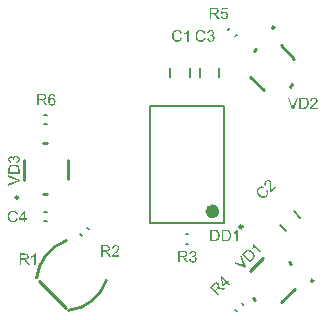
<source format=gto>
G04 Layer_Color=65535*
%FSLAX44Y44*%
%MOMM*%
G71*
G01*
G75*
%ADD33C,0.2540*%
%ADD34C,0.6000*%
%ADD35C,0.2500*%
%ADD36C,0.1500*%
%ADD37C,0.2000*%
G36*
X208808Y94099D02*
X207629D01*
Y101602D01*
X207615Y101588D01*
X207546Y101532D01*
X207462Y101449D01*
X207324Y101352D01*
X207171Y101227D01*
X206977Y101088D01*
X206755Y100936D01*
X206506Y100783D01*
X206492D01*
X206478Y100770D01*
X206395Y100714D01*
X206256Y100645D01*
X206089Y100561D01*
X205895Y100464D01*
X205687Y100367D01*
X205479Y100270D01*
X205271Y100187D01*
Y101324D01*
X205285D01*
X205313Y101352D01*
X205368Y101366D01*
X205438Y101407D01*
X205521Y101449D01*
X205618Y101504D01*
X205854Y101643D01*
X206131Y101796D01*
X206408Y101990D01*
X206700Y102212D01*
X206991Y102448D01*
X207005Y102461D01*
X207019Y102475D01*
X207060Y102517D01*
X207116Y102558D01*
X207241Y102697D01*
X207407Y102864D01*
X207573Y103058D01*
X207754Y103280D01*
X207906Y103502D01*
X208045Y103737D01*
X208808D01*
Y94099D01*
D02*
G37*
G36*
X28563Y83583D02*
X28688D01*
X28979Y83569D01*
X29284Y83528D01*
X29617Y83486D01*
X29922Y83417D01*
X30074Y83375D01*
X30199Y83333D01*
X30213D01*
X30227Y83320D01*
X30310Y83278D01*
X30435Y83223D01*
X30587Y83125D01*
X30754Y83001D01*
X30934Y82834D01*
X31101Y82640D01*
X31267Y82418D01*
Y82404D01*
X31281Y82390D01*
X31336Y82307D01*
X31392Y82169D01*
X31475Y81988D01*
X31544Y81780D01*
X31614Y81531D01*
X31655Y81267D01*
X31669Y80976D01*
Y80962D01*
Y80934D01*
Y80879D01*
X31655Y80809D01*
Y80712D01*
X31641Y80615D01*
X31586Y80379D01*
X31503Y80102D01*
X31392Y79811D01*
X31225Y79520D01*
X31114Y79381D01*
X31003Y79242D01*
X30990Y79228D01*
X30976Y79215D01*
X30934Y79173D01*
X30879Y79131D01*
X30809Y79076D01*
X30726Y79020D01*
X30615Y78951D01*
X30504Y78868D01*
X30366Y78798D01*
X30213Y78729D01*
X30047Y78646D01*
X29866Y78577D01*
X29658Y78521D01*
X29450Y78452D01*
X29214Y78410D01*
X28965Y78369D01*
X28993Y78355D01*
X29048Y78327D01*
X29131Y78271D01*
X29242Y78216D01*
X29492Y78063D01*
X29617Y77966D01*
X29728Y77883D01*
X29755Y77855D01*
X29825Y77786D01*
X29936Y77675D01*
X30074Y77536D01*
X30227Y77342D01*
X30407Y77134D01*
X30587Y76885D01*
X30782Y76607D01*
X32432Y74000D01*
X30851D01*
X29589Y75997D01*
Y76011D01*
X29561Y76039D01*
X29534Y76080D01*
X29492Y76136D01*
X29395Y76288D01*
X29270Y76482D01*
X29117Y76691D01*
X28965Y76912D01*
X28812Y77120D01*
X28674Y77315D01*
X28660Y77328D01*
X28618Y77384D01*
X28549Y77467D01*
X28452Y77564D01*
X28244Y77772D01*
X28133Y77869D01*
X28022Y77952D01*
X28008Y77966D01*
X27980Y77980D01*
X27925Y78008D01*
X27841Y78050D01*
X27758Y78091D01*
X27661Y78133D01*
X27439Y78202D01*
X27425D01*
X27398Y78216D01*
X27342D01*
X27273Y78230D01*
X27176Y78244D01*
X27065D01*
X26912Y78258D01*
X25276D01*
Y74000D01*
X24000D01*
Y83597D01*
X28452D01*
X28563Y83583D01*
D02*
G37*
G36*
X189433Y103682D02*
X189711Y103668D01*
X189988Y103640D01*
X190266Y103599D01*
X190501Y103557D01*
X190515D01*
X190543Y103543D01*
X190585D01*
X190640Y103515D01*
X190793Y103474D01*
X190987Y103405D01*
X191209Y103307D01*
X191444Y103183D01*
X191680Y103044D01*
X191902Y102864D01*
X191916Y102850D01*
X191930Y102836D01*
X191971Y102794D01*
X192027Y102753D01*
X192166Y102614D01*
X192332Y102420D01*
X192512Y102184D01*
X192706Y101907D01*
X192887Y101588D01*
X193039Y101227D01*
Y101213D01*
X193053Y101186D01*
X193081Y101130D01*
X193095Y101047D01*
X193136Y100950D01*
X193164Y100839D01*
X193192Y100714D01*
X193233Y100561D01*
X193275Y100409D01*
X193303Y100229D01*
X193372Y99840D01*
X193414Y99410D01*
X193428Y98939D01*
Y98925D01*
Y98897D01*
Y98828D01*
Y98759D01*
X193414Y98661D01*
Y98551D01*
X193400Y98287D01*
X193358Y97982D01*
X193317Y97663D01*
X193247Y97330D01*
X193164Y96997D01*
Y96983D01*
X193150Y96956D01*
X193136Y96914D01*
X193123Y96859D01*
X193067Y96706D01*
X192984Y96512D01*
X192901Y96290D01*
X192790Y96068D01*
X192651Y95832D01*
X192512Y95610D01*
X192498Y95583D01*
X192443Y95513D01*
X192360Y95416D01*
X192249Y95292D01*
X192124Y95153D01*
X191971Y95014D01*
X191819Y94861D01*
X191639Y94737D01*
X191611Y94723D01*
X191555Y94681D01*
X191458Y94626D01*
X191320Y94556D01*
X191153Y94473D01*
X190959Y94404D01*
X190737Y94321D01*
X190487Y94251D01*
X190460D01*
X190418Y94237D01*
X190377Y94224D01*
X190238Y94210D01*
X190044Y94182D01*
X189822Y94154D01*
X189558Y94127D01*
X189267Y94113D01*
X188948Y94099D01*
X185495D01*
Y103696D01*
X189184D01*
X189433Y103682D01*
D02*
G37*
G36*
X199114D02*
X199391Y103668D01*
X199668Y103640D01*
X199946Y103599D01*
X200182Y103557D01*
X200195D01*
X200223Y103543D01*
X200265D01*
X200320Y103515D01*
X200473Y103474D01*
X200667Y103405D01*
X200889Y103307D01*
X201125Y103183D01*
X201360Y103044D01*
X201582Y102864D01*
X201596Y102850D01*
X201610Y102836D01*
X201652Y102794D01*
X201707Y102753D01*
X201846Y102614D01*
X202012Y102420D01*
X202192Y102184D01*
X202387Y101907D01*
X202567Y101588D01*
X202719Y101227D01*
Y101213D01*
X202733Y101186D01*
X202761Y101130D01*
X202775Y101047D01*
X202817Y100950D01*
X202844Y100839D01*
X202872Y100714D01*
X202914Y100561D01*
X202955Y100409D01*
X202983Y100229D01*
X203052Y99840D01*
X203094Y99410D01*
X203108Y98939D01*
Y98925D01*
Y98897D01*
Y98828D01*
Y98759D01*
X203094Y98661D01*
Y98551D01*
X203080Y98287D01*
X203038Y97982D01*
X202997Y97663D01*
X202927Y97330D01*
X202844Y96997D01*
Y96983D01*
X202830Y96956D01*
X202817Y96914D01*
X202803Y96859D01*
X202747Y96706D01*
X202664Y96512D01*
X202581Y96290D01*
X202470Y96068D01*
X202331Y95832D01*
X202192Y95610D01*
X202179Y95583D01*
X202123Y95513D01*
X202040Y95416D01*
X201929Y95292D01*
X201804Y95153D01*
X201652Y95014D01*
X201499Y94861D01*
X201319Y94737D01*
X201291Y94723D01*
X201236Y94681D01*
X201138Y94626D01*
X201000Y94556D01*
X200833Y94473D01*
X200639Y94404D01*
X200417Y94321D01*
X200168Y94251D01*
X200140D01*
X200098Y94237D01*
X200057Y94224D01*
X199918Y94210D01*
X199724Y94182D01*
X199502Y94154D01*
X199238Y94127D01*
X198947Y94113D01*
X198628Y94099D01*
X195175D01*
Y103696D01*
X198864D01*
X199114Y103682D01*
D02*
G37*
G36*
X37619Y74000D02*
X36440D01*
Y81503D01*
X36426Y81489D01*
X36357Y81433D01*
X36274Y81350D01*
X36135Y81253D01*
X35982Y81128D01*
X35788Y80990D01*
X35566Y80837D01*
X35317Y80685D01*
X35303D01*
X35289Y80671D01*
X35206Y80615D01*
X35067Y80546D01*
X34901Y80463D01*
X34706Y80366D01*
X34498Y80268D01*
X34290Y80171D01*
X34082Y80088D01*
Y81225D01*
X34096D01*
X34124Y81253D01*
X34179Y81267D01*
X34249Y81309D01*
X34332Y81350D01*
X34429Y81406D01*
X34665Y81544D01*
X34942Y81697D01*
X35220Y81891D01*
X35511Y82113D01*
X35802Y82349D01*
X35816Y82363D01*
X35830Y82376D01*
X35871Y82418D01*
X35927Y82460D01*
X36052Y82598D01*
X36218Y82765D01*
X36384Y82959D01*
X36565Y83181D01*
X36717Y83403D01*
X36856Y83638D01*
X37619D01*
Y74000D01*
D02*
G37*
G36*
X189563Y291583D02*
X189688D01*
X189979Y291569D01*
X190284Y291528D01*
X190617Y291486D01*
X190922Y291417D01*
X191074Y291375D01*
X191199Y291333D01*
X191213D01*
X191227Y291320D01*
X191310Y291278D01*
X191435Y291222D01*
X191588Y291125D01*
X191754Y291001D01*
X191934Y290834D01*
X192101Y290640D01*
X192267Y290418D01*
Y290404D01*
X192281Y290390D01*
X192336Y290307D01*
X192392Y290168D01*
X192475Y289988D01*
X192544Y289780D01*
X192614Y289531D01*
X192655Y289267D01*
X192669Y288976D01*
Y288962D01*
Y288934D01*
Y288879D01*
X192655Y288809D01*
Y288712D01*
X192642Y288615D01*
X192586Y288379D01*
X192503Y288102D01*
X192392Y287811D01*
X192225Y287520D01*
X192115Y287381D01*
X192004Y287242D01*
X191990Y287228D01*
X191976Y287215D01*
X191934Y287173D01*
X191879Y287131D01*
X191809Y287076D01*
X191726Y287020D01*
X191615Y286951D01*
X191504Y286868D01*
X191366Y286798D01*
X191213Y286729D01*
X191047Y286646D01*
X190866Y286577D01*
X190658Y286521D01*
X190450Y286452D01*
X190215Y286410D01*
X189965Y286369D01*
X189993Y286355D01*
X190048Y286327D01*
X190131Y286271D01*
X190242Y286216D01*
X190492Y286063D01*
X190617Y285966D01*
X190728Y285883D01*
X190755Y285855D01*
X190825Y285786D01*
X190936Y285675D01*
X191074Y285536D01*
X191227Y285342D01*
X191407Y285134D01*
X191588Y284885D01*
X191782Y284607D01*
X193432Y282000D01*
X191851D01*
X190589Y283997D01*
Y284011D01*
X190561Y284039D01*
X190534Y284080D01*
X190492Y284136D01*
X190395Y284288D01*
X190270Y284482D01*
X190117Y284690D01*
X189965Y284912D01*
X189812Y285120D01*
X189674Y285315D01*
X189660Y285328D01*
X189618Y285384D01*
X189549Y285467D01*
X189452Y285564D01*
X189244Y285772D01*
X189133Y285869D01*
X189022Y285952D01*
X189008Y285966D01*
X188980Y285980D01*
X188925Y286008D01*
X188842Y286050D01*
X188758Y286091D01*
X188661Y286133D01*
X188439Y286202D01*
X188426D01*
X188398Y286216D01*
X188342D01*
X188273Y286230D01*
X188176Y286244D01*
X188065D01*
X187912Y286258D01*
X186276D01*
Y282000D01*
X185000D01*
Y291597D01*
X189452D01*
X189563Y291583D01*
D02*
G37*
G36*
X200089Y290349D02*
X196247D01*
X195734Y287755D01*
X195748Y287769D01*
X195776Y287783D01*
X195817Y287811D01*
X195887Y287852D01*
X195970Y287894D01*
X196067Y287950D01*
X196289Y288060D01*
X196566Y288171D01*
X196871Y288269D01*
X197204Y288338D01*
X197371Y288366D01*
X197676D01*
X197759Y288352D01*
X197870Y288338D01*
X197995Y288324D01*
X198133Y288296D01*
X198286Y288255D01*
X198619Y288158D01*
X198799Y288088D01*
X198979Y287991D01*
X199160Y287894D01*
X199340Y287783D01*
X199506Y287644D01*
X199673Y287492D01*
X199687Y287478D01*
X199714Y287450D01*
X199756Y287409D01*
X199811Y287339D01*
X199881Y287242D01*
X199950Y287145D01*
X200033Y287020D01*
X200117Y286882D01*
X200186Y286729D01*
X200269Y286563D01*
X200338Y286369D01*
X200408Y286174D01*
X200463Y285966D01*
X200505Y285731D01*
X200533Y285495D01*
X200546Y285245D01*
Y285231D01*
Y285190D01*
Y285120D01*
X200533Y285023D01*
X200519Y284912D01*
X200505Y284788D01*
X200477Y284635D01*
X200449Y284482D01*
X200366Y284122D01*
X200228Y283747D01*
X200144Y283553D01*
X200033Y283373D01*
X199922Y283179D01*
X199784Y282999D01*
X199770Y282985D01*
X199742Y282943D01*
X199687Y282888D01*
X199617Y282818D01*
X199520Y282735D01*
X199409Y282624D01*
X199271Y282527D01*
X199118Y282416D01*
X198952Y282305D01*
X198757Y282208D01*
X198549Y282111D01*
X198328Y282014D01*
X198092Y281945D01*
X197828Y281889D01*
X197551Y281847D01*
X197260Y281834D01*
X197135D01*
X197038Y281847D01*
X196927Y281861D01*
X196802Y281875D01*
X196649Y281889D01*
X196497Y281931D01*
X196150Y282014D01*
X195804Y282139D01*
X195623Y282222D01*
X195443Y282319D01*
X195277Y282430D01*
X195110Y282555D01*
X195096Y282569D01*
X195068Y282582D01*
X195041Y282638D01*
X194985Y282693D01*
X194916Y282763D01*
X194847Y282846D01*
X194763Y282957D01*
X194694Y283082D01*
X194611Y283207D01*
X194528Y283359D01*
X194375Y283692D01*
X194250Y284080D01*
X194209Y284288D01*
X194181Y284510D01*
X195415Y284607D01*
Y284593D01*
Y284566D01*
X195429Y284524D01*
X195443Y284455D01*
X195485Y284302D01*
X195540Y284094D01*
X195623Y283886D01*
X195734Y283650D01*
X195873Y283442D01*
X196039Y283248D01*
X196067Y283234D01*
X196122Y283179D01*
X196233Y283109D01*
X196386Y283026D01*
X196552Y282943D01*
X196760Y282874D01*
X196996Y282818D01*
X197260Y282804D01*
X197343D01*
X197398Y282818D01*
X197565Y282832D01*
X197759Y282888D01*
X197995Y282957D01*
X198230Y283068D01*
X198480Y283234D01*
X198591Y283331D01*
X198702Y283442D01*
X198716Y283456D01*
X198730Y283470D01*
X198757Y283512D01*
X198799Y283553D01*
X198896Y283706D01*
X199007Y283900D01*
X199104Y284136D01*
X199201Y284427D01*
X199271Y284774D01*
X199298Y284954D01*
Y285148D01*
Y285162D01*
Y285190D01*
Y285245D01*
X199284Y285315D01*
Y285398D01*
X199271Y285495D01*
X199229Y285717D01*
X199160Y285980D01*
X199063Y286244D01*
X198924Y286493D01*
X198730Y286729D01*
Y286743D01*
X198702Y286757D01*
X198633Y286826D01*
X198508Y286923D01*
X198341Y287034D01*
X198120Y287131D01*
X197870Y287228D01*
X197579Y287298D01*
X197412Y287325D01*
X197149D01*
X197038Y287312D01*
X196899Y287298D01*
X196733Y287256D01*
X196566Y287215D01*
X196386Y287145D01*
X196206Y287062D01*
X196192Y287048D01*
X196136Y287020D01*
X196053Y286951D01*
X195942Y286882D01*
X195831Y286785D01*
X195720Y286660D01*
X195595Y286535D01*
X195498Y286382D01*
X194389Y286535D01*
X195318Y291472D01*
X200089D01*
Y290349D01*
D02*
G37*
G36*
X43563Y218583D02*
X43688D01*
X43979Y218569D01*
X44284Y218528D01*
X44617Y218486D01*
X44922Y218417D01*
X45074Y218375D01*
X45199Y218333D01*
X45213D01*
X45227Y218320D01*
X45310Y218278D01*
X45435Y218223D01*
X45588Y218125D01*
X45754Y218001D01*
X45934Y217834D01*
X46101Y217640D01*
X46267Y217418D01*
Y217404D01*
X46281Y217390D01*
X46336Y217307D01*
X46392Y217169D01*
X46475Y216988D01*
X46544Y216780D01*
X46614Y216531D01*
X46655Y216267D01*
X46669Y215976D01*
Y215962D01*
Y215934D01*
Y215879D01*
X46655Y215809D01*
Y215712D01*
X46642Y215615D01*
X46586Y215380D01*
X46503Y215102D01*
X46392Y214811D01*
X46225Y214520D01*
X46115Y214381D01*
X46003Y214242D01*
X45990Y214228D01*
X45976Y214214D01*
X45934Y214173D01*
X45879Y214131D01*
X45809Y214076D01*
X45726Y214020D01*
X45615Y213951D01*
X45504Y213868D01*
X45366Y213799D01*
X45213Y213729D01*
X45047Y213646D01*
X44866Y213577D01*
X44658Y213521D01*
X44450Y213452D01*
X44215Y213410D01*
X43965Y213369D01*
X43993Y213355D01*
X44048Y213327D01*
X44131Y213272D01*
X44242Y213216D01*
X44492Y213064D01*
X44617Y212966D01*
X44728Y212883D01*
X44755Y212855D01*
X44825Y212786D01*
X44936Y212675D01*
X45074Y212537D01*
X45227Y212342D01*
X45407Y212134D01*
X45588Y211885D01*
X45782Y211607D01*
X47432Y209000D01*
X45851D01*
X44589Y210997D01*
Y211011D01*
X44561Y211039D01*
X44534Y211080D01*
X44492Y211136D01*
X44395Y211288D01*
X44270Y211483D01*
X44117Y211691D01*
X43965Y211912D01*
X43812Y212120D01*
X43674Y212315D01*
X43660Y212328D01*
X43618Y212384D01*
X43549Y212467D01*
X43452Y212564D01*
X43244Y212772D01*
X43133Y212869D01*
X43022Y212952D01*
X43008Y212966D01*
X42980Y212980D01*
X42925Y213008D01*
X42842Y213050D01*
X42758Y213091D01*
X42661Y213133D01*
X42439Y213202D01*
X42425D01*
X42398Y213216D01*
X42342D01*
X42273Y213230D01*
X42176Y213244D01*
X42065D01*
X41912Y213258D01*
X40276D01*
Y209000D01*
X39000D01*
Y218597D01*
X43452D01*
X43563Y218583D01*
D02*
G37*
G36*
X51773Y218625D02*
X51870D01*
X51981Y218611D01*
X52244Y218555D01*
X52536Y218486D01*
X52841Y218375D01*
X53146Y218209D01*
X53298Y218112D01*
X53437Y218001D01*
X53451Y217987D01*
X53465Y217973D01*
X53506Y217931D01*
X53548Y217890D01*
X53617Y217820D01*
X53673Y217737D01*
X53825Y217543D01*
X53978Y217293D01*
X54117Y216988D01*
X54241Y216642D01*
X54325Y216253D01*
X53146Y216156D01*
Y216170D01*
X53132Y216184D01*
X53118Y216267D01*
X53076Y216392D01*
X53021Y216544D01*
X52965Y216711D01*
X52882Y216877D01*
X52785Y217030D01*
X52688Y217155D01*
X52660Y217182D01*
X52605Y217238D01*
X52508Y217321D01*
X52369Y217418D01*
X52189Y217501D01*
X51995Y217585D01*
X51759Y217640D01*
X51509Y217668D01*
X51412D01*
X51301Y217654D01*
X51177Y217626D01*
X51010Y217585D01*
X50844Y217529D01*
X50677Y217460D01*
X50511Y217349D01*
X50483Y217335D01*
X50414Y217279D01*
X50317Y217182D01*
X50192Y217044D01*
X50053Y216877D01*
X49901Y216683D01*
X49762Y216434D01*
X49623Y216156D01*
Y216142D01*
X49609Y216115D01*
X49595Y216073D01*
X49568Y216017D01*
X49554Y215934D01*
X49526Y215837D01*
X49498Y215726D01*
X49471Y215588D01*
X49429Y215435D01*
X49401Y215268D01*
X49374Y215088D01*
X49360Y214894D01*
X49332Y214672D01*
X49318Y214450D01*
X49304Y214201D01*
Y213951D01*
X49318Y213965D01*
X49374Y214048D01*
X49471Y214159D01*
X49595Y214298D01*
X49734Y214464D01*
X49914Y214617D01*
X50109Y214769D01*
X50331Y214908D01*
X50344D01*
X50358Y214922D01*
X50441Y214963D01*
X50566Y215005D01*
X50733Y215074D01*
X50927Y215130D01*
X51149Y215172D01*
X51385Y215213D01*
X51634Y215227D01*
X51745D01*
X51828Y215213D01*
X51939Y215199D01*
X52050Y215185D01*
X52189Y215158D01*
X52327Y215116D01*
X52646Y215019D01*
X52813Y214950D01*
X52979Y214853D01*
X53146Y214755D01*
X53326Y214645D01*
X53492Y214506D01*
X53645Y214353D01*
X53659Y214339D01*
X53687Y214312D01*
X53728Y214270D01*
X53770Y214201D01*
X53839Y214104D01*
X53909Y214007D01*
X53978Y213882D01*
X54061Y213743D01*
X54144Y213591D01*
X54214Y213424D01*
X54283Y213230D01*
X54352Y213036D01*
X54394Y212828D01*
X54436Y212592D01*
X54463Y212356D01*
X54477Y212106D01*
Y212093D01*
Y212065D01*
Y212023D01*
Y211954D01*
X54463Y211871D01*
Y211788D01*
X54422Y211566D01*
X54380Y211302D01*
X54311Y211025D01*
X54214Y210720D01*
X54075Y210429D01*
Y210415D01*
X54061Y210401D01*
X54033Y210359D01*
X54006Y210304D01*
X53922Y210165D01*
X53798Y209985D01*
X53645Y209790D01*
X53465Y209596D01*
X53243Y209402D01*
X53007Y209236D01*
X52993D01*
X52979Y209222D01*
X52938Y209194D01*
X52882Y209180D01*
X52744Y209111D01*
X52563Y209042D01*
X52327Y208958D01*
X52064Y208903D01*
X51773Y208848D01*
X51454Y208834D01*
X51385D01*
X51315Y208848D01*
X51204D01*
X51079Y208861D01*
X50941Y208889D01*
X50774Y208931D01*
X50608Y208972D01*
X50414Y209028D01*
X50219Y209097D01*
X50025Y209180D01*
X49817Y209291D01*
X49623Y209416D01*
X49429Y209555D01*
X49235Y209721D01*
X49055Y209915D01*
X49041Y209929D01*
X49013Y209971D01*
X48971Y210026D01*
X48916Y210123D01*
X48833Y210248D01*
X48763Y210387D01*
X48680Y210567D01*
X48597Y210761D01*
X48500Y210997D01*
X48417Y211261D01*
X48347Y211552D01*
X48278Y211871D01*
X48209Y212231D01*
X48167Y212620D01*
X48139Y213036D01*
X48125Y213479D01*
Y213493D01*
Y213507D01*
Y213549D01*
Y213604D01*
X48139Y213743D01*
Y213937D01*
X48153Y214159D01*
X48181Y214423D01*
X48209Y214714D01*
X48250Y215033D01*
X48306Y215352D01*
X48375Y215699D01*
X48458Y216031D01*
X48555Y216364D01*
X48680Y216683D01*
X48819Y216988D01*
X48971Y217279D01*
X49152Y217529D01*
X49166Y217543D01*
X49193Y217571D01*
X49249Y217626D01*
X49318Y217709D01*
X49401Y217793D01*
X49512Y217876D01*
X49651Y217987D01*
X49790Y218084D01*
X49956Y218181D01*
X50136Y218292D01*
X50344Y218375D01*
X50552Y218472D01*
X50788Y218542D01*
X51038Y218597D01*
X51301Y218625D01*
X51579Y218639D01*
X51690D01*
X51773Y218625D01*
D02*
G37*
G36*
X21379Y166407D02*
X21490Y166393D01*
X21615Y166365D01*
X21753Y166338D01*
X21906Y166310D01*
X22239Y166199D01*
X22419Y166116D01*
X22585Y166033D01*
X22766Y165921D01*
X22946Y165797D01*
X23126Y165658D01*
X23293Y165492D01*
X23307Y165478D01*
X23334Y165450D01*
X23376Y165394D01*
X23431Y165325D01*
X23501Y165242D01*
X23570Y165131D01*
X23653Y165006D01*
X23723Y164854D01*
X23806Y164701D01*
X23889Y164521D01*
X23958Y164340D01*
X24028Y164132D01*
X24083Y163911D01*
X24125Y163675D01*
X24153Y163439D01*
X24166Y163176D01*
Y163162D01*
Y163120D01*
Y163051D01*
X24153Y162967D01*
X24139Y162857D01*
X24125Y162732D01*
X24097Y162593D01*
X24069Y162440D01*
X23986Y162108D01*
X23847Y161761D01*
X23764Y161581D01*
X23667Y161414D01*
X23542Y161248D01*
X23417Y161081D01*
X23404Y161068D01*
X23376Y161040D01*
X23334Y160998D01*
X23279Y160957D01*
X23210Y160887D01*
X23112Y160818D01*
X23015Y160735D01*
X22891Y160651D01*
X22752Y160568D01*
X22613Y160485D01*
X22280Y160333D01*
X21892Y160208D01*
X21684Y160166D01*
X21462Y160138D01*
X21309Y161317D01*
X21323D01*
X21351Y161331D01*
X21407Y161345D01*
X21476Y161359D01*
X21559Y161373D01*
X21656Y161400D01*
X21864Y161470D01*
X22114Y161567D01*
X22350Y161692D01*
X22572Y161830D01*
X22766Y161997D01*
X22780Y162024D01*
X22835Y162080D01*
X22904Y162191D01*
X22974Y162330D01*
X23057Y162496D01*
X23126Y162704D01*
X23182Y162940D01*
X23196Y163189D01*
Y163203D01*
Y163231D01*
Y163273D01*
X23182Y163328D01*
X23168Y163481D01*
X23126Y163675D01*
X23057Y163897D01*
X22960Y164132D01*
X22821Y164368D01*
X22627Y164590D01*
X22599Y164618D01*
X22516Y164687D01*
X22391Y164770D01*
X22225Y164881D01*
X22017Y164992D01*
X21781Y165075D01*
X21504Y165145D01*
X21199Y165173D01*
X21115D01*
X21060Y165159D01*
X20907Y165145D01*
X20727Y165103D01*
X20505Y165048D01*
X20283Y164951D01*
X20061Y164812D01*
X19853Y164632D01*
X19826Y164604D01*
X19770Y164535D01*
X19687Y164424D01*
X19590Y164271D01*
X19493Y164077D01*
X19410Y163841D01*
X19354Y163578D01*
X19326Y163286D01*
Y163273D01*
Y163231D01*
Y163162D01*
X19340Y163065D01*
X19354Y162940D01*
X19382Y162801D01*
X19410Y162635D01*
X19451Y162454D01*
X18411Y162593D01*
Y162607D01*
Y162662D01*
X18425Y162718D01*
Y162773D01*
Y162787D01*
Y162801D01*
Y162843D01*
Y162898D01*
X18397Y163051D01*
X18369Y163231D01*
X18328Y163439D01*
X18259Y163675D01*
X18161Y163897D01*
X18037Y164132D01*
Y164146D01*
X18023Y164160D01*
X17967Y164230D01*
X17870Y164327D01*
X17745Y164438D01*
X17565Y164548D01*
X17357Y164646D01*
X17121Y164715D01*
X16983Y164743D01*
X16719D01*
X16608Y164715D01*
X16456Y164687D01*
X16289Y164632D01*
X16109Y164562D01*
X15929Y164452D01*
X15762Y164299D01*
X15748Y164285D01*
X15693Y164216D01*
X15624Y164119D01*
X15540Y163994D01*
X15471Y163827D01*
X15402Y163633D01*
X15346Y163411D01*
X15332Y163162D01*
Y163148D01*
Y163134D01*
Y163051D01*
X15360Y162926D01*
X15388Y162759D01*
X15443Y162579D01*
X15512Y162399D01*
X15624Y162205D01*
X15762Y162024D01*
X15776Y162011D01*
X15845Y161955D01*
X15942Y161872D01*
X16081Y161775D01*
X16261Y161678D01*
X16483Y161581D01*
X16747Y161497D01*
X17052Y161442D01*
X16844Y160263D01*
X16830D01*
X16788Y160277D01*
X16733Y160291D01*
X16650Y160305D01*
X16553Y160333D01*
X16442Y160374D01*
X16178Y160457D01*
X15873Y160596D01*
X15568Y160763D01*
X15277Y160970D01*
X15013Y161234D01*
X14999Y161248D01*
X14986Y161276D01*
X14958Y161317D01*
X14916Y161373D01*
X14861Y161442D01*
X14805Y161539D01*
X14750Y161636D01*
X14680Y161761D01*
X14569Y162038D01*
X14459Y162357D01*
X14389Y162732D01*
X14361Y162926D01*
Y163134D01*
Y163148D01*
Y163176D01*
Y163217D01*
Y163273D01*
X14375Y163425D01*
X14403Y163605D01*
X14445Y163827D01*
X14514Y164077D01*
X14597Y164327D01*
X14708Y164576D01*
Y164590D01*
X14722Y164604D01*
X14764Y164687D01*
X14847Y164812D01*
X14944Y164951D01*
X15083Y165117D01*
X15235Y165284D01*
X15416Y165450D01*
X15624Y165589D01*
X15651Y165602D01*
X15721Y165644D01*
X15845Y165700D01*
X15998Y165769D01*
X16178Y165838D01*
X16386Y165894D01*
X16622Y165935D01*
X16858Y165949D01*
X16969D01*
X17080Y165935D01*
X17232Y165908D01*
X17413Y165866D01*
X17607Y165797D01*
X17801Y165714D01*
X17995Y165602D01*
X18023Y165589D01*
X18078Y165547D01*
X18175Y165464D01*
X18286Y165353D01*
X18411Y165214D01*
X18550Y165048D01*
X18674Y164854D01*
X18799Y164618D01*
Y164632D01*
X18813Y164660D01*
X18827Y164701D01*
X18841Y164757D01*
X18896Y164909D01*
X18980Y165103D01*
X19091Y165325D01*
X19229Y165547D01*
X19410Y165755D01*
X19618Y165949D01*
X19645Y165963D01*
X19728Y166019D01*
X19867Y166102D01*
X20048Y166185D01*
X20269Y166268D01*
X20533Y166351D01*
X20838Y166407D01*
X21171Y166421D01*
X21296D01*
X21379Y166407D01*
D02*
G37*
G36*
X264868Y215583D02*
X265146Y215569D01*
X265423Y215541D01*
X265700Y215500D01*
X265936Y215458D01*
X265950D01*
X265978Y215444D01*
X266019D01*
X266075Y215417D01*
X266227Y215375D01*
X266422Y215306D01*
X266644Y215209D01*
X266879Y215084D01*
X267115Y214945D01*
X267337Y214765D01*
X267351Y214751D01*
X267365Y214737D01*
X267406Y214695D01*
X267462Y214654D01*
X267600Y214515D01*
X267767Y214321D01*
X267947Y214085D01*
X268141Y213808D01*
X268322Y213489D01*
X268474Y213128D01*
Y213114D01*
X268488Y213087D01*
X268516Y213031D01*
X268530Y212948D01*
X268571Y212851D01*
X268599Y212740D01*
X268627Y212615D01*
X268668Y212463D01*
X268710Y212310D01*
X268738Y212130D01*
X268807Y211742D01*
X268849Y211312D01*
X268862Y210840D01*
Y210826D01*
Y210798D01*
Y210729D01*
Y210660D01*
X268849Y210563D01*
Y210452D01*
X268835Y210188D01*
X268793Y209883D01*
X268752Y209564D01*
X268682Y209231D01*
X268599Y208899D01*
Y208885D01*
X268585Y208857D01*
X268571Y208815D01*
X268557Y208760D01*
X268502Y208607D01*
X268419Y208413D01*
X268335Y208191D01*
X268225Y207969D01*
X268086Y207733D01*
X267947Y207512D01*
X267933Y207484D01*
X267878Y207415D01*
X267795Y207318D01*
X267684Y207193D01*
X267559Y207054D01*
X267406Y206915D01*
X267254Y206763D01*
X267073Y206638D01*
X267046Y206624D01*
X266990Y206583D01*
X266893Y206527D01*
X266754Y206458D01*
X266588Y206374D01*
X266394Y206305D01*
X266172Y206222D01*
X265922Y206152D01*
X265895D01*
X265853Y206139D01*
X265812Y206125D01*
X265673Y206111D01*
X265479Y206083D01*
X265257Y206056D01*
X264993Y206028D01*
X264702Y206014D01*
X264383Y206000D01*
X260930D01*
Y215597D01*
X264619D01*
X264868Y215583D01*
D02*
G37*
G36*
X24000Y146034D02*
Y144703D01*
X14403Y140986D01*
Y142373D01*
X21379Y144869D01*
X21393D01*
X21421Y144883D01*
X21462Y144897D01*
X21518Y144925D01*
X21601Y144939D01*
X21684Y144966D01*
X21892Y145036D01*
X22128Y145119D01*
X22391Y145202D01*
X22946Y145368D01*
X22932D01*
X22904Y145382D01*
X22863Y145396D01*
X22807Y145410D01*
X22655Y145452D01*
X22447Y145521D01*
X22211Y145590D01*
X21948Y145674D01*
X21670Y145771D01*
X21379Y145882D01*
X14403Y148489D01*
Y149779D01*
X24000Y146034D01*
D02*
G37*
G36*
X19437Y158849D02*
X19548D01*
X19812Y158835D01*
X20117Y158793D01*
X20436Y158751D01*
X20769Y158682D01*
X21102Y158599D01*
X21115D01*
X21143Y158585D01*
X21185Y158571D01*
X21240Y158557D01*
X21393Y158502D01*
X21587Y158419D01*
X21809Y158336D01*
X22031Y158225D01*
X22266Y158086D01*
X22488Y157947D01*
X22516Y157933D01*
X22585Y157878D01*
X22682Y157795D01*
X22807Y157684D01*
X22946Y157559D01*
X23085Y157406D01*
X23237Y157254D01*
X23362Y157073D01*
X23376Y157046D01*
X23417Y156990D01*
X23473Y156893D01*
X23542Y156755D01*
X23626Y156588D01*
X23695Y156394D01*
X23778Y156172D01*
X23847Y155922D01*
Y155908D01*
Y155895D01*
X23861Y155853D01*
X23875Y155811D01*
X23889Y155673D01*
X23917Y155479D01*
X23944Y155257D01*
X23972Y154993D01*
X23986Y154702D01*
X24000Y154383D01*
Y150930D01*
X14403D01*
Y154230D01*
Y154244D01*
Y154286D01*
Y154341D01*
Y154411D01*
Y154508D01*
Y154619D01*
X14417Y154868D01*
X14431Y155146D01*
X14459Y155423D01*
X14500Y155701D01*
X14542Y155936D01*
Y155950D01*
X14556Y155978D01*
Y156019D01*
X14583Y156075D01*
X14625Y156228D01*
X14694Y156422D01*
X14791Y156644D01*
X14916Y156879D01*
X15055Y157115D01*
X15235Y157337D01*
X15249Y157351D01*
X15263Y157365D01*
X15304Y157406D01*
X15346Y157462D01*
X15485Y157600D01*
X15679Y157767D01*
X15915Y157947D01*
X16192Y158141D01*
X16511Y158322D01*
X16872Y158474D01*
X16885D01*
X16913Y158488D01*
X16969Y158516D01*
X17052Y158530D01*
X17149Y158571D01*
X17260Y158599D01*
X17385Y158627D01*
X17537Y158668D01*
X17690Y158710D01*
X17870Y158738D01*
X18259Y158807D01*
X18688Y158849D01*
X19160Y158862D01*
X19340D01*
X19437Y158849D01*
D02*
G37*
G36*
X273536Y215625D02*
X273647Y215611D01*
X273786Y215597D01*
X273938Y215569D01*
X274091Y215541D01*
X274452Y215444D01*
X274812Y215306D01*
X274992Y215222D01*
X275173Y215125D01*
X275339Y215001D01*
X275492Y214862D01*
X275506Y214848D01*
X275533Y214834D01*
X275561Y214779D01*
X275616Y214723D01*
X275686Y214654D01*
X275755Y214557D01*
X275824Y214460D01*
X275908Y214335D01*
X276046Y214071D01*
X276185Y213739D01*
X276241Y213572D01*
X276268Y213378D01*
X276296Y213184D01*
X276310Y212976D01*
Y212948D01*
Y212879D01*
X276296Y212768D01*
X276282Y212615D01*
X276254Y212449D01*
X276199Y212255D01*
X276143Y212047D01*
X276060Y211839D01*
X276046Y211811D01*
X276019Y211742D01*
X275963Y211631D01*
X275880Y211478D01*
X275769Y211312D01*
X275630Y211104D01*
X275464Y210896D01*
X275270Y210660D01*
X275242Y210632D01*
X275173Y210549D01*
X275103Y210480D01*
X275034Y210410D01*
X274951Y210327D01*
X274840Y210216D01*
X274729Y210105D01*
X274590Y209980D01*
X274452Y209841D01*
X274285Y209689D01*
X274105Y209536D01*
X273911Y209356D01*
X273689Y209176D01*
X273467Y208982D01*
X273453Y208968D01*
X273425Y208940D01*
X273370Y208899D01*
X273300Y208843D01*
X273217Y208760D01*
X273120Y208677D01*
X272898Y208496D01*
X272662Y208288D01*
X272441Y208080D01*
X272246Y207900D01*
X272163Y207831D01*
X272094Y207761D01*
X272080Y207747D01*
X272038Y207706D01*
X271983Y207650D01*
X271914Y207567D01*
X271844Y207470D01*
X271761Y207373D01*
X271595Y207137D01*
X276324D01*
Y206000D01*
X269958D01*
Y206014D01*
Y206069D01*
Y206152D01*
X269972Y206264D01*
X269986Y206388D01*
X270014Y206527D01*
X270041Y206666D01*
X270097Y206818D01*
Y206832D01*
X270111Y206846D01*
X270138Y206929D01*
X270194Y207054D01*
X270277Y207220D01*
X270388Y207415D01*
X270527Y207637D01*
X270679Y207858D01*
X270873Y208094D01*
Y208108D01*
X270901Y208122D01*
X270970Y208205D01*
X271095Y208330D01*
X271276Y208510D01*
X271484Y208718D01*
X271747Y208968D01*
X272066Y209245D01*
X272413Y209536D01*
X272427Y209550D01*
X272482Y209592D01*
X272565Y209661D01*
X272662Y209744D01*
X272787Y209855D01*
X272940Y209980D01*
X273092Y210119D01*
X273273Y210271D01*
X273619Y210604D01*
X273966Y210937D01*
X274132Y211104D01*
X274285Y211270D01*
X274424Y211423D01*
X274535Y211575D01*
Y211589D01*
X274562Y211603D01*
X274590Y211644D01*
X274618Y211700D01*
X274715Y211852D01*
X274826Y212033D01*
X274923Y212255D01*
X275020Y212490D01*
X275075Y212754D01*
X275103Y213004D01*
Y213017D01*
Y213031D01*
X275089Y213114D01*
X275075Y213253D01*
X275034Y213406D01*
X274979Y213600D01*
X274881Y213794D01*
X274757Y213988D01*
X274590Y214182D01*
X274562Y214210D01*
X274493Y214266D01*
X274396Y214335D01*
X274243Y214432D01*
X274049Y214515D01*
X273827Y214598D01*
X273564Y214654D01*
X273273Y214668D01*
X273189D01*
X273134Y214654D01*
X272968Y214640D01*
X272773Y214598D01*
X272565Y214543D01*
X272330Y214446D01*
X272108Y214321D01*
X271900Y214155D01*
X271872Y214127D01*
X271817Y214058D01*
X271733Y213947D01*
X271650Y213780D01*
X271553Y213586D01*
X271470Y213336D01*
X271414Y213059D01*
X271387Y212740D01*
X270180Y212865D01*
Y212879D01*
X270194Y212920D01*
Y212990D01*
X270208Y213087D01*
X270236Y213198D01*
X270263Y213323D01*
X270305Y213475D01*
X270346Y213628D01*
X270457Y213960D01*
X270624Y214293D01*
X270721Y214460D01*
X270846Y214626D01*
X270970Y214779D01*
X271109Y214917D01*
X271123Y214931D01*
X271151Y214945D01*
X271192Y214987D01*
X271262Y215028D01*
X271345Y215084D01*
X271442Y215139D01*
X271553Y215209D01*
X271692Y215278D01*
X271844Y215347D01*
X272011Y215417D01*
X272191Y215472D01*
X272385Y215528D01*
X272593Y215569D01*
X272815Y215611D01*
X273051Y215625D01*
X273300Y215639D01*
X273439D01*
X273536Y215625D01*
D02*
G37*
G36*
X217972Y86740D02*
X218266Y86701D01*
X218600Y86642D01*
X218953Y86544D01*
X219316Y86397D01*
X219325Y86387D01*
X219355Y86377D01*
X219414Y86357D01*
X219482Y86308D01*
X219580Y86269D01*
X219678Y86210D01*
X219786Y86142D01*
X219924Y86063D01*
X220061Y85985D01*
X220208Y85877D01*
X220532Y85651D01*
X220865Y85377D01*
X221208Y85053D01*
X221218Y85043D01*
X221238Y85024D01*
X221287Y84975D01*
X221336Y84926D01*
X221395Y84847D01*
X221473Y84769D01*
X221649Y84573D01*
X221836Y84327D01*
X222032Y84073D01*
X222218Y83788D01*
X222395Y83494D01*
X222405Y83484D01*
X222414Y83455D01*
X222434Y83415D01*
X222463Y83366D01*
X222532Y83219D01*
X222611Y83023D01*
X222709Y82808D01*
X222787Y82572D01*
X222856Y82307D01*
X222915Y82052D01*
X222924Y82023D01*
X222934Y81935D01*
X222944Y81807D01*
X222954Y81641D01*
X222964Y81454D01*
X222954Y81248D01*
Y81032D01*
X222915Y80817D01*
X222905Y80787D01*
X222895Y80719D01*
X222866Y80611D01*
X222817Y80464D01*
X222758Y80287D01*
X222669Y80101D01*
X222571Y79885D01*
X222444Y79660D01*
X222434Y79650D01*
X222424Y79640D01*
X222405Y79601D01*
X222385Y79562D01*
X222297Y79454D01*
X222179Y79297D01*
X222042Y79120D01*
X221875Y78914D01*
X221679Y78699D01*
X221463Y78463D01*
X219021Y76021D01*
X212235Y82808D01*
X214569Y85141D01*
X214579Y85151D01*
X214608Y85181D01*
X214648Y85220D01*
X214697Y85269D01*
X214765Y85337D01*
X214844Y85416D01*
X215030Y85583D01*
X215236Y85769D01*
X215452Y85946D01*
X215677Y86112D01*
X215874Y86250D01*
X215883Y86259D01*
X215913Y86269D01*
X215942Y86299D01*
X216001Y86318D01*
X216138Y86397D01*
X216325Y86485D01*
X216550Y86573D01*
X216805Y86652D01*
X217070Y86720D01*
X217354Y86750D01*
X217452D01*
X217521Y86760D01*
X217717D01*
X217972Y86740D01*
D02*
G37*
G36*
X228661Y85661D02*
X227828Y84828D01*
X222522Y90133D01*
Y90113D01*
X222512Y90025D01*
Y89907D01*
X222483Y89741D01*
X222463Y89544D01*
X222424Y89309D01*
X222375Y89044D01*
X222307Y88760D01*
X222297Y88750D01*
Y88731D01*
X222277Y88632D01*
X222228Y88485D01*
X222169Y88309D01*
X222101Y88103D01*
X222022Y87887D01*
X221944Y87671D01*
X221856Y87465D01*
X221051Y88270D01*
X221061Y88279D01*
Y88319D01*
X221091Y88368D01*
X221110Y88446D01*
X221140Y88534D01*
X221169Y88642D01*
X221238Y88907D01*
X221326Y89211D01*
X221385Y89544D01*
X221434Y89907D01*
X221473Y90280D01*
Y90300D01*
Y90319D01*
Y90378D01*
X221483Y90447D01*
X221473Y90633D01*
Y90868D01*
X221453Y91123D01*
X221424Y91408D01*
X221375Y91672D01*
X221306Y91937D01*
X221846Y92477D01*
X228661Y85661D01*
D02*
G37*
G36*
X256034Y206000D02*
X254703D01*
X250986Y215597D01*
X252373D01*
X254869Y208621D01*
Y208607D01*
X254883Y208580D01*
X254897Y208538D01*
X254925Y208482D01*
X254939Y208399D01*
X254966Y208316D01*
X255036Y208108D01*
X255119Y207872D01*
X255202Y207609D01*
X255369Y207054D01*
Y207068D01*
X255382Y207096D01*
X255396Y207137D01*
X255410Y207193D01*
X255452Y207345D01*
X255521Y207553D01*
X255590Y207789D01*
X255674Y208053D01*
X255771Y208330D01*
X255882Y208621D01*
X258489Y215597D01*
X259779D01*
X256034Y206000D01*
D02*
G37*
G36*
X215560Y72560D02*
X214618Y71618D01*
X205204Y75776D01*
X206185Y76757D01*
X212883Y73589D01*
X212892Y73580D01*
X212922Y73570D01*
X212961Y73550D01*
X213020Y73531D01*
X213088Y73482D01*
X213167Y73442D01*
X213363Y73344D01*
X213589Y73236D01*
X213834Y73109D01*
X214344Y72834D01*
X214334Y72844D01*
X214324Y72874D01*
X214305Y72913D01*
X214275Y72962D01*
X214197Y73099D01*
X214099Y73295D01*
X213981Y73511D01*
X213853Y73756D01*
X213726Y74021D01*
X213598Y74305D01*
X210509Y81081D01*
X211421Y81994D01*
X215560Y72560D01*
D02*
G37*
G36*
X157835Y272910D02*
X157962Y272896D01*
X158117Y272882D01*
X158272Y272868D01*
X158455Y272826D01*
X158836Y272741D01*
X159259Y272614D01*
X159471Y272530D01*
X159668Y272431D01*
X159865Y272304D01*
X160063Y272177D01*
X160077Y272163D01*
X160105Y272149D01*
X160161Y272107D01*
X160232Y272036D01*
X160302Y271966D01*
X160401Y271867D01*
X160500Y271754D01*
X160612Y271642D01*
X160725Y271500D01*
X160838Y271331D01*
X160965Y271162D01*
X161078Y270979D01*
X161176Y270767D01*
X161289Y270556D01*
X161374Y270330D01*
X161458Y270077D01*
X160189Y269781D01*
Y269795D01*
X160175Y269823D01*
X160147Y269879D01*
X160119Y269950D01*
X160091Y270034D01*
X160049Y270147D01*
X159936Y270373D01*
X159795Y270627D01*
X159626Y270880D01*
X159414Y271120D01*
X159189Y271331D01*
X159160Y271360D01*
X159076Y271416D01*
X158935Y271486D01*
X158752Y271585D01*
X158512Y271670D01*
X158244Y271754D01*
X157920Y271811D01*
X157567Y271825D01*
X157455D01*
X157384Y271811D01*
X157285D01*
X157173Y271796D01*
X156905Y271754D01*
X156609Y271698D01*
X156299Y271599D01*
X155975Y271458D01*
X155678Y271275D01*
X155664D01*
X155650Y271247D01*
X155552Y271176D01*
X155425Y271063D01*
X155270Y270894D01*
X155086Y270683D01*
X154917Y270443D01*
X154762Y270147D01*
X154621Y269823D01*
Y269809D01*
X154607Y269781D01*
X154593Y269738D01*
X154579Y269668D01*
X154551Y269583D01*
X154522Y269485D01*
X154480Y269245D01*
X154424Y268963D01*
X154367Y268653D01*
X154339Y268315D01*
X154325Y267948D01*
Y267934D01*
Y267892D01*
Y267821D01*
Y267737D01*
X154339Y267638D01*
Y267511D01*
X154353Y267370D01*
X154367Y267215D01*
X154410Y266877D01*
X154480Y266510D01*
X154565Y266144D01*
X154677Y265777D01*
Y265763D01*
X154692Y265735D01*
X154720Y265693D01*
X154748Y265622D01*
X154833Y265453D01*
X154959Y265256D01*
X155114Y265030D01*
X155312Y264790D01*
X155538Y264579D01*
X155805Y264382D01*
X155819D01*
X155848Y264367D01*
X155890Y264339D01*
X155946Y264311D01*
X156017Y264283D01*
X156101Y264240D01*
X156299Y264156D01*
X156552Y264071D01*
X156834Y264001D01*
X157144Y263944D01*
X157469Y263930D01*
X157567D01*
X157652Y263944D01*
X157751D01*
X157849Y263959D01*
X158103Y264015D01*
X158399Y264086D01*
X158695Y264198D01*
X159005Y264353D01*
X159160Y264438D01*
X159301Y264551D01*
X159316Y264565D01*
X159330Y264579D01*
X159372Y264621D01*
X159428Y264664D01*
X159485Y264734D01*
X159555Y264818D01*
X159640Y264903D01*
X159710Y265016D01*
X159795Y265143D01*
X159893Y265284D01*
X159978Y265425D01*
X160063Y265594D01*
X160133Y265777D01*
X160204Y265975D01*
X160274Y266186D01*
X160330Y266411D01*
X161627Y266087D01*
Y266073D01*
X161613Y266017D01*
X161585Y265932D01*
X161543Y265819D01*
X161500Y265693D01*
X161444Y265537D01*
X161374Y265368D01*
X161289Y265185D01*
X161092Y264790D01*
X160838Y264396D01*
X160683Y264198D01*
X160528Y264001D01*
X160359Y263832D01*
X160161Y263663D01*
X160147Y263648D01*
X160119Y263620D01*
X160049Y263592D01*
X159978Y263536D01*
X159865Y263465D01*
X159753Y263395D01*
X159597Y263324D01*
X159442Y263254D01*
X159259Y263169D01*
X159062Y263099D01*
X158850Y263028D01*
X158625Y262958D01*
X158385Y262901D01*
X158131Y262873D01*
X157864Y262845D01*
X157582Y262831D01*
X157427D01*
X157314Y262845D01*
X157187D01*
X157032Y262859D01*
X156863Y262887D01*
X156665Y262915D01*
X156256Y262986D01*
X155834Y263099D01*
X155411Y263254D01*
X155213Y263352D01*
X155016Y263465D01*
X155002Y263479D01*
X154974Y263493D01*
X154917Y263536D01*
X154861Y263592D01*
X154776Y263648D01*
X154677Y263733D01*
X154565Y263832D01*
X154452Y263944D01*
X154339Y264071D01*
X154212Y264198D01*
X153959Y264522D01*
X153719Y264903D01*
X153507Y265326D01*
Y265340D01*
X153479Y265382D01*
X153465Y265453D01*
X153423Y265537D01*
X153395Y265650D01*
X153352Y265791D01*
X153296Y265946D01*
X153254Y266115D01*
X153211Y266299D01*
X153155Y266510D01*
X153085Y266947D01*
X153028Y267441D01*
X153000Y267948D01*
Y267962D01*
Y268018D01*
Y268103D01*
X153014Y268202D01*
Y268343D01*
X153028Y268484D01*
X153042Y268667D01*
X153070Y268850D01*
X153141Y269259D01*
X153240Y269710D01*
X153381Y270161D01*
X153578Y270598D01*
X153592Y270612D01*
X153606Y270655D01*
X153634Y270711D01*
X153691Y270782D01*
X153747Y270880D01*
X153818Y270993D01*
X154001Y271247D01*
X154241Y271529D01*
X154522Y271811D01*
X154847Y272093D01*
X155227Y272332D01*
X155241Y272346D01*
X155284Y272360D01*
X155340Y272389D01*
X155411Y272431D01*
X155523Y272473D01*
X155636Y272516D01*
X155777Y272572D01*
X155932Y272628D01*
X156101Y272685D01*
X156285Y272741D01*
X156679Y272826D01*
X157130Y272896D01*
X157596Y272924D01*
X157737D01*
X157835Y272910D01*
D02*
G37*
G36*
X186082Y272783D02*
X186265Y272755D01*
X186491Y272713D01*
X186745Y272642D01*
X186998Y272558D01*
X187252Y272445D01*
X187266D01*
X187280Y272431D01*
X187365Y272389D01*
X187492Y272304D01*
X187633Y272205D01*
X187802Y272064D01*
X187971Y271909D01*
X188140Y271726D01*
X188281Y271515D01*
X188295Y271486D01*
X188337Y271416D01*
X188394Y271289D01*
X188464Y271134D01*
X188535Y270951D01*
X188591Y270739D01*
X188634Y270500D01*
X188648Y270260D01*
Y270232D01*
Y270147D01*
X188634Y270034D01*
X188605Y269879D01*
X188563Y269696D01*
X188493Y269499D01*
X188408Y269301D01*
X188295Y269104D01*
X188281Y269076D01*
X188239Y269019D01*
X188154Y268921D01*
X188041Y268808D01*
X187901Y268681D01*
X187731Y268540D01*
X187534Y268413D01*
X187294Y268286D01*
X187309D01*
X187337Y268272D01*
X187379Y268258D01*
X187435Y268244D01*
X187590Y268188D01*
X187788Y268103D01*
X188013Y267990D01*
X188239Y267849D01*
X188450Y267666D01*
X188648Y267455D01*
X188662Y267426D01*
X188718Y267342D01*
X188803Y267201D01*
X188887Y267018D01*
X188972Y266792D01*
X189056Y266524D01*
X189113Y266214D01*
X189127Y265876D01*
Y265862D01*
Y265819D01*
Y265749D01*
X189113Y265664D01*
X189099Y265552D01*
X189071Y265425D01*
X189042Y265284D01*
X189014Y265129D01*
X188901Y264790D01*
X188817Y264607D01*
X188732Y264438D01*
X188619Y264255D01*
X188493Y264071D01*
X188352Y263888D01*
X188183Y263719D01*
X188168Y263705D01*
X188140Y263677D01*
X188084Y263634D01*
X188013Y263578D01*
X187929Y263507D01*
X187816Y263437D01*
X187689Y263352D01*
X187534Y263282D01*
X187379Y263197D01*
X187196Y263113D01*
X187012Y263042D01*
X186801Y262972D01*
X186575Y262915D01*
X186336Y262873D01*
X186096Y262845D01*
X185828Y262831D01*
X185701D01*
X185617Y262845D01*
X185504Y262859D01*
X185377Y262873D01*
X185236Y262901D01*
X185081Y262929D01*
X184743Y263014D01*
X184390Y263155D01*
X184207Y263240D01*
X184038Y263338D01*
X183869Y263465D01*
X183700Y263592D01*
X183685Y263606D01*
X183657Y263634D01*
X183615Y263677D01*
X183573Y263733D01*
X183502Y263804D01*
X183432Y263902D01*
X183347Y264001D01*
X183263Y264128D01*
X183178Y264269D01*
X183093Y264410D01*
X182938Y264748D01*
X182812Y265143D01*
X182769Y265354D01*
X182741Y265580D01*
X183939Y265735D01*
Y265721D01*
X183953Y265693D01*
X183967Y265636D01*
X183982Y265566D01*
X183996Y265481D01*
X184024Y265382D01*
X184094Y265171D01*
X184193Y264917D01*
X184320Y264678D01*
X184461Y264452D01*
X184630Y264255D01*
X184658Y264240D01*
X184715Y264184D01*
X184827Y264114D01*
X184968Y264043D01*
X185138Y263959D01*
X185349Y263888D01*
X185589Y263832D01*
X185842Y263818D01*
X185927D01*
X185983Y263832D01*
X186138Y263846D01*
X186336Y263888D01*
X186561Y263959D01*
X186801Y264057D01*
X187041Y264198D01*
X187266Y264396D01*
X187294Y264424D01*
X187365Y264508D01*
X187449Y264635D01*
X187562Y264804D01*
X187675Y265016D01*
X187760Y265256D01*
X187830Y265537D01*
X187858Y265848D01*
Y265862D01*
Y265890D01*
Y265932D01*
X187844Y265989D01*
X187830Y266144D01*
X187788Y266327D01*
X187731Y266553D01*
X187633Y266778D01*
X187492Y267004D01*
X187309Y267215D01*
X187280Y267243D01*
X187210Y267300D01*
X187097Y267384D01*
X186942Y267483D01*
X186745Y267582D01*
X186505Y267666D01*
X186237Y267722D01*
X185941Y267751D01*
X185814D01*
X185716Y267737D01*
X185589Y267722D01*
X185448Y267694D01*
X185278Y267666D01*
X185095Y267624D01*
X185236Y268681D01*
X185307D01*
X185363Y268667D01*
X185546D01*
X185701Y268695D01*
X185885Y268723D01*
X186096Y268766D01*
X186336Y268836D01*
X186561Y268935D01*
X186801Y269062D01*
X186815D01*
X186829Y269076D01*
X186900Y269132D01*
X186998Y269231D01*
X187111Y269358D01*
X187224Y269541D01*
X187323Y269753D01*
X187393Y269992D01*
X187421Y270133D01*
Y270288D01*
Y270302D01*
Y270316D01*
Y270401D01*
X187393Y270514D01*
X187365Y270669D01*
X187309Y270838D01*
X187238Y271021D01*
X187125Y271204D01*
X186970Y271374D01*
X186956Y271388D01*
X186886Y271444D01*
X186787Y271515D01*
X186660Y271599D01*
X186491Y271670D01*
X186294Y271740D01*
X186068Y271796D01*
X185814Y271811D01*
X185701D01*
X185574Y271782D01*
X185405Y271754D01*
X185222Y271698D01*
X185039Y271627D01*
X184841Y271515D01*
X184658Y271374D01*
X184644Y271360D01*
X184588Y271289D01*
X184503Y271190D01*
X184405Y271049D01*
X184306Y270866D01*
X184207Y270641D01*
X184123Y270373D01*
X184066Y270063D01*
X182868Y270274D01*
Y270288D01*
X182882Y270330D01*
X182896Y270387D01*
X182910Y270471D01*
X182938Y270570D01*
X182981Y270683D01*
X183065Y270951D01*
X183206Y271261D01*
X183375Y271571D01*
X183587Y271867D01*
X183855Y272135D01*
X183869Y272149D01*
X183897Y272163D01*
X183939Y272191D01*
X183996Y272234D01*
X184066Y272290D01*
X184165Y272346D01*
X184263Y272403D01*
X184390Y272473D01*
X184672Y272586D01*
X184997Y272699D01*
X185377Y272769D01*
X185574Y272797D01*
X185927D01*
X186082Y272783D01*
D02*
G37*
G36*
X167238Y263000D02*
X166040D01*
Y270627D01*
X166026Y270612D01*
X165955Y270556D01*
X165871Y270471D01*
X165730Y270373D01*
X165574Y270246D01*
X165377Y270105D01*
X165152Y269950D01*
X164898Y269795D01*
X164884D01*
X164870Y269781D01*
X164785Y269724D01*
X164644Y269654D01*
X164475Y269569D01*
X164278Y269471D01*
X164066Y269372D01*
X163855Y269273D01*
X163643Y269189D01*
Y270345D01*
X163657D01*
X163685Y270373D01*
X163742Y270387D01*
X163812Y270429D01*
X163897Y270471D01*
X163996Y270528D01*
X164235Y270669D01*
X164517Y270824D01*
X164799Y271021D01*
X165095Y271247D01*
X165391Y271486D01*
X165405Y271500D01*
X165420Y271515D01*
X165462Y271557D01*
X165518Y271599D01*
X165645Y271740D01*
X165814Y271909D01*
X165983Y272107D01*
X166167Y272332D01*
X166322Y272558D01*
X166463Y272797D01*
X167238D01*
Y263000D01*
D02*
G37*
G36*
X234403Y145818D02*
X234580D01*
X234697Y145798D01*
X234815Y145779D01*
X234962Y145749D01*
X235246Y145661D01*
X235580Y145524D01*
X235737Y145445D01*
X235894Y145328D01*
X236051Y145210D01*
X236208Y145073D01*
X236227Y145053D01*
X236276Y145004D01*
X236345Y144916D01*
X236443Y144798D01*
X236541Y144661D01*
X236639Y144484D01*
X236747Y144298D01*
X236835Y144092D01*
X236845Y144063D01*
X236874Y143994D01*
X236914Y143876D01*
X236963Y143710D01*
X237002Y143513D01*
X237051Y143268D01*
X237080Y143004D01*
X237110Y142700D01*
Y142660D01*
X237120Y142552D01*
Y142454D01*
Y142356D01*
Y142239D01*
Y142082D01*
Y141925D01*
X237110Y141739D01*
Y141542D01*
X237100Y141317D01*
X237080Y141081D01*
X237070Y140817D01*
X237041Y140532D01*
X237021Y140238D01*
Y140219D01*
Y140179D01*
X237012Y140111D01*
X237002Y140022D01*
Y139905D01*
X236992Y139777D01*
X236963Y139493D01*
X236943Y139179D01*
X236933Y138875D01*
X236923Y138610D01*
X236914Y138502D01*
Y138404D01*
Y138385D01*
Y138326D01*
Y138247D01*
X236923Y138140D01*
X236943Y138022D01*
X236953Y137894D01*
X237002Y137610D01*
X240346Y140954D01*
X241150Y140150D01*
X236649Y135649D01*
X236639Y135659D01*
X236600Y135698D01*
X236541Y135757D01*
X236472Y135845D01*
X236394Y135943D01*
X236315Y136061D01*
X236237Y136178D01*
X236168Y136325D01*
X236158Y136335D01*
Y136355D01*
X236119Y136433D01*
X236070Y136561D01*
X236011Y136737D01*
X235952Y136953D01*
X235894Y137208D01*
X235845Y137473D01*
X235815Y137777D01*
X235805Y137787D01*
X235815Y137816D01*
X235805Y137924D01*
Y138100D01*
Y138355D01*
Y138650D01*
X235815Y139012D01*
X235845Y139434D01*
X235884Y139885D01*
Y139905D01*
X235894Y139973D01*
X235903Y140081D01*
X235913Y140209D01*
X235923Y140375D01*
X235943Y140572D01*
X235952Y140778D01*
X235972Y141013D01*
X235982Y141493D01*
X235992Y141974D01*
Y142209D01*
X235982Y142435D01*
X235972Y142641D01*
X235943Y142827D01*
X235933Y142837D01*
X235943Y142866D01*
X235933Y142915D01*
X235913Y142974D01*
X235874Y143151D01*
X235825Y143357D01*
X235737Y143582D01*
X235639Y143818D01*
X235492Y144043D01*
X235335Y144239D01*
X235325Y144249D01*
X235315Y144259D01*
X235246Y144308D01*
X235139Y144396D01*
X235001Y144475D01*
X234825Y144573D01*
X234619Y144641D01*
X234393Y144690D01*
X234138Y144710D01*
X234099D01*
X234011Y144700D01*
X233893Y144681D01*
X233717Y144641D01*
X233521Y144563D01*
X233305Y144465D01*
X233079Y144318D01*
X232864Y144122D01*
X232854Y144112D01*
X232834Y144092D01*
X232805Y144063D01*
X232775Y144014D01*
X232667Y143886D01*
X232560Y143720D01*
X232452Y143533D01*
X232353Y143298D01*
X232285Y143053D01*
X232255Y142788D01*
Y142749D01*
X232265Y142660D01*
X232285Y142523D01*
X232344Y142347D01*
X232412Y142141D01*
X232530Y141905D01*
X232687Y141670D01*
X232893Y141425D01*
X231952Y140660D01*
X231942Y140670D01*
X231922Y140709D01*
X231873Y140758D01*
X231814Y140836D01*
X231755Y140934D01*
X231687Y141042D01*
X231608Y141180D01*
X231530Y141317D01*
X231373Y141631D01*
X231255Y141984D01*
X231206Y142170D01*
X231177Y142376D01*
X231157Y142572D01*
Y142768D01*
Y142788D01*
X231167Y142817D01*
Y142876D01*
X231187Y142955D01*
X231206Y143053D01*
X231236Y143160D01*
X231265Y143288D01*
X231314Y143435D01*
X231373Y143592D01*
X231441Y143759D01*
X231530Y143925D01*
X231628Y144102D01*
X231745Y144278D01*
X231873Y144465D01*
X232030Y144641D01*
X232197Y144828D01*
X232206Y144837D01*
X232236Y144867D01*
X232295Y144926D01*
X232373Y144985D01*
X232461Y145053D01*
X232569Y145141D01*
X232697Y145230D01*
X232824Y145318D01*
X233148Y145504D01*
X233501Y145661D01*
X233687Y145730D01*
X233883Y145789D01*
X234089Y145818D01*
X234295Y145828D01*
X234315D01*
X234344Y145838D01*
X234403Y145818D01*
D02*
G37*
G36*
X229127Y140307D02*
X229284D01*
X229461Y140287D01*
X229657Y140248D01*
X229863Y140219D01*
X230069Y140169D01*
X230284Y140091D01*
X230510Y140022D01*
X230726Y139924D01*
X230961Y139807D01*
X230284Y138718D01*
X230275Y138728D01*
X230245Y138738D01*
X230186Y138757D01*
X230118Y138787D01*
X230039Y138826D01*
X229931Y138875D01*
X229696Y138954D01*
X229421Y139032D01*
X229127Y139091D01*
X228813Y139110D01*
X228509Y139101D01*
X228470D01*
X228372Y139081D01*
X228225Y139032D01*
X228029Y138973D01*
X227803Y138865D01*
X227558Y138738D01*
X227293Y138552D01*
X227038Y138316D01*
X227029Y138306D01*
X226999Y138277D01*
X226960Y138238D01*
X226921Y138179D01*
X226852Y138110D01*
X226784Y138022D01*
X226627Y137806D01*
X226460Y137561D01*
X226313Y137277D01*
X226185Y136953D01*
X226107Y136620D01*
X226097Y136610D01*
X226107Y136580D01*
X226087Y136463D01*
X226077Y136296D01*
X226087Y136070D01*
X226107Y135796D01*
X226156Y135512D01*
X226254Y135198D01*
X226381Y134874D01*
X226391Y134864D01*
X226401Y134835D01*
X226421Y134796D01*
X226460Y134737D01*
X226499Y134658D01*
X226548Y134570D01*
X226685Y134374D01*
X226842Y134139D01*
X227019Y133884D01*
X227235Y133629D01*
X227480Y133364D01*
X227489Y133354D01*
X227519Y133325D01*
X227568Y133276D01*
X227627Y133217D01*
X227705Y133158D01*
X227794Y133070D01*
X227901Y132981D01*
X228019Y132883D01*
X228284Y132677D01*
X228588Y132472D01*
X228902Y132275D01*
X229235Y132099D01*
X229245Y132089D01*
X229274Y132079D01*
X229323Y132069D01*
X229392Y132040D01*
X229569Y131981D01*
X229794Y131932D01*
X230059Y131883D01*
X230363Y131854D01*
X230667Y131863D01*
X230990Y131912D01*
X231000Y131922D01*
X231030Y131932D01*
X231079Y131942D01*
X231138Y131961D01*
X231206Y131991D01*
X231294Y132020D01*
X231491Y132099D01*
X231726Y132217D01*
X231971Y132364D01*
X232226Y132540D01*
X232461Y132756D01*
X232471Y132766D01*
X232491Y132785D01*
X232530Y132824D01*
X232579Y132893D01*
X232648Y132962D01*
X232707Y133040D01*
X232844Y133256D01*
X233001Y133511D01*
X233128Y133795D01*
X233236Y134119D01*
X233285Y134286D01*
X233305Y134462D01*
Y134482D01*
Y134501D01*
Y134560D01*
X233315Y134629D01*
X233305Y134717D01*
X233295Y134825D01*
Y134943D01*
X233265Y135070D01*
X233236Y135217D01*
X233207Y135384D01*
X233167Y135541D01*
X233109Y135717D01*
X233030Y135894D01*
X232942Y136080D01*
X232844Y136276D01*
X232726Y136473D01*
X233854Y137149D01*
X233864Y137139D01*
X233893Y137090D01*
X233932Y137012D01*
X233981Y136904D01*
X234040Y136786D01*
X234109Y136639D01*
X234177Y136473D01*
X234246Y136286D01*
X234384Y135874D01*
X234482Y135423D01*
X234511Y135178D01*
X234540Y134933D01*
Y134698D01*
X234521Y134443D01*
Y134423D01*
Y134384D01*
X234491Y134315D01*
X234482Y134227D01*
X234452Y134099D01*
X234423Y133972D01*
X234364Y133815D01*
X234305Y133658D01*
X234236Y133472D01*
X234148Y133285D01*
X234050Y133089D01*
X233942Y132883D01*
X233815Y132677D01*
X233658Y132481D01*
X233491Y132275D01*
X233305Y132069D01*
X233295Y132060D01*
X233256Y132020D01*
X233197Y131961D01*
X233109Y131893D01*
X233020Y131805D01*
X232903Y131707D01*
X232765Y131608D01*
X232609Y131491D01*
X232275Y131256D01*
X231903Y131040D01*
X231500Y130853D01*
X231294Y130785D01*
X231079Y130726D01*
X231059D01*
X231030Y130716D01*
X230961Y130706D01*
X230883D01*
X230784Y130687D01*
X230657Y130677D01*
X230510Y130667D01*
X230353D01*
X230186Y130677D01*
X230010D01*
X229608Y130726D01*
X229176Y130824D01*
X228735Y130971D01*
X228725Y130981D01*
X228676Y130991D01*
X228617Y131030D01*
X228529Y131059D01*
X228431Y131118D01*
X228304Y131187D01*
X228156Y131256D01*
X228009Y131344D01*
X227852Y131442D01*
X227666Y131550D01*
X227313Y131805D01*
X226931Y132109D01*
X226558Y132442D01*
X226548Y132452D01*
X226509Y132491D01*
X226450Y132550D01*
X226391Y132628D01*
X226293Y132726D01*
X226205Y132834D01*
X226087Y132972D01*
X225979Y133119D01*
X225744Y133452D01*
X225499Y133835D01*
X225283Y134246D01*
X225116Y134688D01*
Y134707D01*
X225097Y134747D01*
X225077Y134805D01*
X225067Y134894D01*
X225038Y135001D01*
X225009Y135129D01*
X224960Y135433D01*
X224930Y135796D01*
Y136188D01*
X224960Y136610D01*
X225058Y137041D01*
Y137061D01*
X225077Y137100D01*
X225097Y137159D01*
X225116Y137237D01*
X225165Y137345D01*
X225215Y137453D01*
X225273Y137590D01*
X225342Y137738D01*
X225420Y137894D01*
X225509Y138061D01*
X225724Y138395D01*
X225989Y138757D01*
X226293Y139101D01*
X226303Y139110D01*
X226342Y139150D01*
X226391Y139199D01*
X226470Y139257D01*
X226568Y139336D01*
X226685Y139434D01*
X226803Y139532D01*
X226960Y139630D01*
X227284Y139836D01*
X227666Y140042D01*
X227872Y140130D01*
X228078Y140199D01*
X228304Y140248D01*
X228529Y140297D01*
X228549D01*
X228578Y140307D01*
X228647Y140317D01*
X228980D01*
X229127Y140307D01*
D02*
G37*
G36*
X162888Y85741D02*
X163015D01*
X163311Y85727D01*
X163621Y85685D01*
X163959Y85642D01*
X164269Y85572D01*
X164424Y85530D01*
X164551Y85487D01*
X164566D01*
X164580Y85473D01*
X164664Y85431D01*
X164791Y85374D01*
X164946Y85276D01*
X165115Y85149D01*
X165299Y84980D01*
X165468Y84782D01*
X165637Y84557D01*
Y84543D01*
X165651Y84529D01*
X165707Y84444D01*
X165764Y84303D01*
X165848Y84120D01*
X165919Y83908D01*
X165989Y83655D01*
X166031Y83387D01*
X166046Y83091D01*
Y83077D01*
Y83048D01*
Y82992D01*
X166031Y82922D01*
Y82823D01*
X166017Y82724D01*
X165961Y82485D01*
X165877Y82203D01*
X165764Y81907D01*
X165595Y81611D01*
X165482Y81470D01*
X165369Y81329D01*
X165355Y81315D01*
X165341Y81300D01*
X165299Y81258D01*
X165242Y81216D01*
X165172Y81159D01*
X165087Y81103D01*
X164974Y81033D01*
X164862Y80948D01*
X164720Y80878D01*
X164566Y80807D01*
X164396Y80723D01*
X164213Y80652D01*
X164002Y80596D01*
X163790Y80525D01*
X163550Y80483D01*
X163297Y80441D01*
X163325Y80427D01*
X163381Y80398D01*
X163466Y80342D01*
X163579Y80286D01*
X163832Y80130D01*
X163959Y80032D01*
X164072Y79947D01*
X164100Y79919D01*
X164171Y79848D01*
X164284Y79736D01*
X164424Y79595D01*
X164580Y79397D01*
X164763Y79186D01*
X164946Y78932D01*
X165143Y78650D01*
X166821Y76000D01*
X165214D01*
X163931Y78030D01*
Y78044D01*
X163903Y78072D01*
X163875Y78115D01*
X163832Y78171D01*
X163734Y78326D01*
X163607Y78523D01*
X163452Y78735D01*
X163297Y78960D01*
X163142Y79172D01*
X163001Y79369D01*
X162987Y79383D01*
X162944Y79440D01*
X162874Y79524D01*
X162775Y79623D01*
X162564Y79834D01*
X162451Y79933D01*
X162338Y80018D01*
X162324Y80032D01*
X162296Y80046D01*
X162239Y80074D01*
X162155Y80116D01*
X162070Y80159D01*
X161972Y80201D01*
X161746Y80271D01*
X161732D01*
X161704Y80286D01*
X161647D01*
X161577Y80300D01*
X161478Y80314D01*
X161365D01*
X161210Y80328D01*
X159547D01*
Y76000D01*
X158250D01*
Y85755D01*
X162775D01*
X162888Y85741D01*
D02*
G37*
G36*
X170937Y85783D02*
X171121Y85755D01*
X171346Y85713D01*
X171600Y85642D01*
X171854Y85558D01*
X172107Y85445D01*
X172121D01*
X172136Y85431D01*
X172220Y85389D01*
X172347Y85304D01*
X172488Y85205D01*
X172657Y85064D01*
X172826Y84909D01*
X172995Y84726D01*
X173136Y84515D01*
X173151Y84486D01*
X173193Y84416D01*
X173249Y84289D01*
X173320Y84134D01*
X173390Y83951D01*
X173447Y83739D01*
X173489Y83500D01*
X173503Y83260D01*
Y83232D01*
Y83147D01*
X173489Y83034D01*
X173461Y82879D01*
X173418Y82696D01*
X173348Y82499D01*
X173263Y82301D01*
X173151Y82104D01*
X173136Y82076D01*
X173094Y82019D01*
X173010Y81921D01*
X172897Y81808D01*
X172756Y81681D01*
X172587Y81540D01*
X172389Y81413D01*
X172150Y81286D01*
X172164D01*
X172192Y81272D01*
X172234Y81258D01*
X172291Y81244D01*
X172446Y81188D01*
X172643Y81103D01*
X172869Y80990D01*
X173094Y80849D01*
X173306Y80666D01*
X173503Y80455D01*
X173517Y80427D01*
X173573Y80342D01*
X173658Y80201D01*
X173743Y80018D01*
X173827Y79792D01*
X173912Y79524D01*
X173968Y79214D01*
X173982Y78876D01*
Y78862D01*
Y78819D01*
Y78749D01*
X173968Y78664D01*
X173954Y78552D01*
X173926Y78425D01*
X173898Y78284D01*
X173869Y78129D01*
X173757Y77790D01*
X173672Y77607D01*
X173587Y77438D01*
X173475Y77255D01*
X173348Y77071D01*
X173207Y76888D01*
X173038Y76719D01*
X173024Y76705D01*
X172995Y76677D01*
X172939Y76634D01*
X172869Y76578D01*
X172784Y76508D01*
X172671Y76437D01*
X172544Y76352D01*
X172389Y76282D01*
X172234Y76197D01*
X172051Y76113D01*
X171868Y76042D01*
X171656Y75972D01*
X171431Y75915D01*
X171191Y75873D01*
X170951Y75845D01*
X170684Y75831D01*
X170557D01*
X170472Y75845D01*
X170359Y75859D01*
X170233Y75873D01*
X170091Y75901D01*
X169936Y75929D01*
X169598Y76014D01*
X169246Y76155D01*
X169062Y76240D01*
X168893Y76338D01*
X168724Y76465D01*
X168555Y76592D01*
X168541Y76606D01*
X168513Y76634D01*
X168470Y76677D01*
X168428Y76733D01*
X168358Y76803D01*
X168287Y76902D01*
X168202Y77001D01*
X168118Y77128D01*
X168033Y77269D01*
X167949Y77410D01*
X167794Y77748D01*
X167667Y78143D01*
X167624Y78354D01*
X167596Y78580D01*
X168795Y78735D01*
Y78721D01*
X168809Y78692D01*
X168823Y78636D01*
X168837Y78566D01*
X168851Y78481D01*
X168879Y78382D01*
X168950Y78171D01*
X169048Y77917D01*
X169175Y77677D01*
X169316Y77452D01*
X169485Y77255D01*
X169513Y77241D01*
X169570Y77184D01*
X169683Y77114D01*
X169824Y77043D01*
X169993Y76959D01*
X170204Y76888D01*
X170444Y76832D01*
X170698Y76818D01*
X170782D01*
X170839Y76832D01*
X170994Y76846D01*
X171191Y76888D01*
X171417Y76959D01*
X171656Y77057D01*
X171896Y77198D01*
X172121Y77396D01*
X172150Y77424D01*
X172220Y77508D01*
X172305Y77635D01*
X172418Y77804D01*
X172530Y78016D01*
X172615Y78256D01*
X172685Y78538D01*
X172714Y78848D01*
Y78862D01*
Y78890D01*
Y78932D01*
X172699Y78989D01*
X172685Y79144D01*
X172643Y79327D01*
X172587Y79552D01*
X172488Y79778D01*
X172347Y80003D01*
X172164Y80215D01*
X172136Y80243D01*
X172065Y80300D01*
X171952Y80384D01*
X171797Y80483D01*
X171600Y80582D01*
X171360Y80666D01*
X171092Y80723D01*
X170796Y80751D01*
X170669D01*
X170571Y80737D01*
X170444Y80723D01*
X170303Y80694D01*
X170134Y80666D01*
X169951Y80624D01*
X170091Y81681D01*
X170162D01*
X170218Y81667D01*
X170402D01*
X170557Y81695D01*
X170740Y81723D01*
X170951Y81766D01*
X171191Y81836D01*
X171417Y81935D01*
X171656Y82062D01*
X171670D01*
X171684Y82076D01*
X171755Y82132D01*
X171854Y82231D01*
X171966Y82358D01*
X172079Y82541D01*
X172178Y82753D01*
X172248Y82992D01*
X172276Y83133D01*
Y83288D01*
Y83302D01*
Y83316D01*
Y83401D01*
X172248Y83514D01*
X172220Y83669D01*
X172164Y83838D01*
X172093Y84021D01*
X171980Y84205D01*
X171825Y84374D01*
X171811Y84388D01*
X171741Y84444D01*
X171642Y84515D01*
X171515Y84599D01*
X171346Y84670D01*
X171149Y84740D01*
X170923Y84796D01*
X170669Y84811D01*
X170557D01*
X170430Y84782D01*
X170261Y84754D01*
X170077Y84698D01*
X169894Y84627D01*
X169697Y84515D01*
X169513Y84374D01*
X169499Y84360D01*
X169443Y84289D01*
X169358Y84190D01*
X169260Y84049D01*
X169161Y83866D01*
X169062Y83641D01*
X168978Y83373D01*
X168921Y83063D01*
X167723Y83274D01*
Y83288D01*
X167737Y83330D01*
X167751Y83387D01*
X167766Y83471D01*
X167794Y83570D01*
X167836Y83683D01*
X167920Y83951D01*
X168062Y84261D01*
X168231Y84571D01*
X168442Y84867D01*
X168710Y85135D01*
X168724Y85149D01*
X168752Y85163D01*
X168795Y85191D01*
X168851Y85233D01*
X168921Y85290D01*
X169020Y85346D01*
X169119Y85403D01*
X169246Y85473D01*
X169528Y85586D01*
X169852Y85699D01*
X170233Y85769D01*
X170430Y85797D01*
X170782D01*
X170937Y85783D01*
D02*
G37*
G36*
X18835Y119910D02*
X18962Y119896D01*
X19117Y119882D01*
X19272Y119868D01*
X19455Y119826D01*
X19836Y119741D01*
X20259Y119614D01*
X20470Y119530D01*
X20668Y119431D01*
X20865Y119304D01*
X21063Y119177D01*
X21077Y119163D01*
X21105Y119149D01*
X21161Y119107D01*
X21232Y119036D01*
X21302Y118966D01*
X21401Y118867D01*
X21500Y118754D01*
X21612Y118642D01*
X21725Y118500D01*
X21838Y118331D01*
X21965Y118162D01*
X22078Y117979D01*
X22176Y117767D01*
X22289Y117556D01*
X22374Y117330D01*
X22458Y117077D01*
X21189Y116781D01*
Y116795D01*
X21175Y116823D01*
X21147Y116879D01*
X21119Y116950D01*
X21091Y117034D01*
X21049Y117147D01*
X20936Y117373D01*
X20795Y117626D01*
X20626Y117880D01*
X20414Y118120D01*
X20189Y118331D01*
X20160Y118359D01*
X20076Y118416D01*
X19935Y118486D01*
X19752Y118585D01*
X19512Y118670D01*
X19244Y118754D01*
X18920Y118811D01*
X18567Y118825D01*
X18455D01*
X18384Y118811D01*
X18285D01*
X18173Y118797D01*
X17905Y118754D01*
X17609Y118698D01*
X17299Y118599D01*
X16975Y118458D01*
X16678Y118275D01*
X16664D01*
X16650Y118247D01*
X16552Y118176D01*
X16425Y118063D01*
X16270Y117894D01*
X16086Y117683D01*
X15917Y117443D01*
X15762Y117147D01*
X15621Y116823D01*
Y116809D01*
X15607Y116781D01*
X15593Y116738D01*
X15579Y116668D01*
X15551Y116583D01*
X15523Y116485D01*
X15480Y116245D01*
X15424Y115963D01*
X15367Y115653D01*
X15339Y115315D01*
X15325Y114948D01*
Y114934D01*
Y114892D01*
Y114821D01*
Y114737D01*
X15339Y114638D01*
Y114511D01*
X15353Y114370D01*
X15367Y114215D01*
X15410Y113877D01*
X15480Y113510D01*
X15565Y113144D01*
X15677Y112777D01*
Y112763D01*
X15692Y112735D01*
X15720Y112692D01*
X15748Y112622D01*
X15833Y112453D01*
X15960Y112255D01*
X16114Y112030D01*
X16312Y111790D01*
X16537Y111579D01*
X16805Y111382D01*
X16819D01*
X16848Y111367D01*
X16890Y111339D01*
X16946Y111311D01*
X17017Y111283D01*
X17101Y111241D01*
X17299Y111156D01*
X17552Y111071D01*
X17834Y111001D01*
X18145Y110944D01*
X18469Y110930D01*
X18567D01*
X18652Y110944D01*
X18751D01*
X18849Y110959D01*
X19103Y111015D01*
X19399Y111086D01*
X19695Y111198D01*
X20005Y111353D01*
X20160Y111438D01*
X20301Y111551D01*
X20315Y111565D01*
X20330Y111579D01*
X20372Y111621D01*
X20428Y111664D01*
X20485Y111734D01*
X20555Y111819D01*
X20640Y111903D01*
X20710Y112016D01*
X20795Y112143D01*
X20893Y112284D01*
X20978Y112425D01*
X21063Y112594D01*
X21133Y112777D01*
X21204Y112975D01*
X21274Y113186D01*
X21330Y113412D01*
X22627Y113087D01*
Y113073D01*
X22613Y113017D01*
X22585Y112932D01*
X22543Y112819D01*
X22501Y112692D01*
X22444Y112537D01*
X22374Y112368D01*
X22289Y112185D01*
X22092Y111790D01*
X21838Y111396D01*
X21683Y111198D01*
X21528Y111001D01*
X21359Y110832D01*
X21161Y110663D01*
X21147Y110648D01*
X21119Y110620D01*
X21049Y110592D01*
X20978Y110536D01*
X20865Y110465D01*
X20752Y110395D01*
X20597Y110324D01*
X20442Y110254D01*
X20259Y110169D01*
X20062Y110099D01*
X19850Y110028D01*
X19625Y109958D01*
X19385Y109901D01*
X19131Y109873D01*
X18864Y109845D01*
X18582Y109831D01*
X18427D01*
X18314Y109845D01*
X18187D01*
X18032Y109859D01*
X17863Y109887D01*
X17665Y109915D01*
X17256Y109986D01*
X16833Y110099D01*
X16411Y110254D01*
X16213Y110352D01*
X16016Y110465D01*
X16002Y110479D01*
X15974Y110493D01*
X15917Y110536D01*
X15861Y110592D01*
X15776Y110648D01*
X15677Y110733D01*
X15565Y110832D01*
X15452Y110944D01*
X15339Y111071D01*
X15212Y111198D01*
X14959Y111523D01*
X14719Y111903D01*
X14507Y112326D01*
Y112340D01*
X14479Y112382D01*
X14465Y112453D01*
X14423Y112537D01*
X14395Y112650D01*
X14352Y112791D01*
X14296Y112946D01*
X14254Y113115D01*
X14211Y113299D01*
X14155Y113510D01*
X14085Y113947D01*
X14028Y114441D01*
X14000Y114948D01*
Y114962D01*
Y115019D01*
Y115103D01*
X14014Y115202D01*
Y115343D01*
X14028Y115484D01*
X14042Y115667D01*
X14071Y115850D01*
X14141Y116259D01*
X14240Y116710D01*
X14381Y117161D01*
X14578Y117598D01*
X14592Y117612D01*
X14606Y117655D01*
X14634Y117711D01*
X14691Y117782D01*
X14747Y117880D01*
X14818Y117993D01*
X15001Y118247D01*
X15240Y118529D01*
X15523Y118811D01*
X15847Y119093D01*
X16227Y119332D01*
X16241Y119346D01*
X16284Y119360D01*
X16340Y119389D01*
X16411Y119431D01*
X16523Y119473D01*
X16636Y119515D01*
X16777Y119572D01*
X16932Y119628D01*
X17101Y119685D01*
X17285Y119741D01*
X17679Y119826D01*
X18130Y119896D01*
X18596Y119924D01*
X18737D01*
X18835Y119910D01*
D02*
G37*
G36*
X177835Y272910D02*
X177962Y272896D01*
X178117Y272882D01*
X178272Y272868D01*
X178456Y272826D01*
X178836Y272741D01*
X179259Y272614D01*
X179471Y272530D01*
X179668Y272431D01*
X179865Y272304D01*
X180063Y272177D01*
X180077Y272163D01*
X180105Y272149D01*
X180161Y272107D01*
X180232Y272036D01*
X180302Y271966D01*
X180401Y271867D01*
X180500Y271754D01*
X180612Y271642D01*
X180725Y271500D01*
X180838Y271331D01*
X180965Y271162D01*
X181078Y270979D01*
X181176Y270767D01*
X181289Y270556D01*
X181374Y270330D01*
X181458Y270077D01*
X180189Y269781D01*
Y269795D01*
X180175Y269823D01*
X180147Y269879D01*
X180119Y269950D01*
X180091Y270034D01*
X180049Y270147D01*
X179936Y270373D01*
X179795Y270627D01*
X179626Y270880D01*
X179414Y271120D01*
X179189Y271331D01*
X179160Y271360D01*
X179076Y271416D01*
X178935Y271486D01*
X178752Y271585D01*
X178512Y271670D01*
X178244Y271754D01*
X177920Y271811D01*
X177567Y271825D01*
X177455D01*
X177384Y271811D01*
X177285D01*
X177173Y271796D01*
X176905Y271754D01*
X176609Y271698D01*
X176299Y271599D01*
X175975Y271458D01*
X175678Y271275D01*
X175664D01*
X175650Y271247D01*
X175552Y271176D01*
X175425Y271063D01*
X175270Y270894D01*
X175086Y270683D01*
X174917Y270443D01*
X174762Y270147D01*
X174621Y269823D01*
Y269809D01*
X174607Y269781D01*
X174593Y269738D01*
X174579Y269668D01*
X174551Y269583D01*
X174522Y269485D01*
X174480Y269245D01*
X174424Y268963D01*
X174367Y268653D01*
X174339Y268315D01*
X174325Y267948D01*
Y267934D01*
Y267892D01*
Y267821D01*
Y267737D01*
X174339Y267638D01*
Y267511D01*
X174353Y267370D01*
X174367Y267215D01*
X174410Y266877D01*
X174480Y266510D01*
X174565Y266144D01*
X174678Y265777D01*
Y265763D01*
X174692Y265735D01*
X174720Y265693D01*
X174748Y265622D01*
X174833Y265453D01*
X174960Y265256D01*
X175115Y265030D01*
X175312Y264790D01*
X175537Y264579D01*
X175805Y264382D01*
X175819D01*
X175848Y264367D01*
X175890Y264339D01*
X175946Y264311D01*
X176017Y264283D01*
X176101Y264240D01*
X176299Y264156D01*
X176553Y264071D01*
X176834Y264001D01*
X177145Y263944D01*
X177469Y263930D01*
X177567D01*
X177652Y263944D01*
X177751D01*
X177849Y263959D01*
X178103Y264015D01*
X178399Y264086D01*
X178695Y264198D01*
X179005Y264353D01*
X179160Y264438D01*
X179301Y264551D01*
X179315Y264565D01*
X179330Y264579D01*
X179372Y264621D01*
X179428Y264664D01*
X179485Y264734D01*
X179555Y264818D01*
X179640Y264903D01*
X179710Y265016D01*
X179795Y265143D01*
X179893Y265284D01*
X179978Y265425D01*
X180063Y265594D01*
X180133Y265777D01*
X180204Y265975D01*
X180274Y266186D01*
X180330Y266411D01*
X181627Y266087D01*
Y266073D01*
X181613Y266017D01*
X181585Y265932D01*
X181543Y265819D01*
X181500Y265693D01*
X181444Y265537D01*
X181374Y265368D01*
X181289Y265185D01*
X181092Y264790D01*
X180838Y264396D01*
X180683Y264198D01*
X180528Y264001D01*
X180359Y263832D01*
X180161Y263663D01*
X180147Y263648D01*
X180119Y263620D01*
X180049Y263592D01*
X179978Y263536D01*
X179865Y263465D01*
X179753Y263395D01*
X179597Y263324D01*
X179442Y263254D01*
X179259Y263169D01*
X179062Y263099D01*
X178850Y263028D01*
X178625Y262958D01*
X178385Y262901D01*
X178131Y262873D01*
X177864Y262845D01*
X177582Y262831D01*
X177426D01*
X177314Y262845D01*
X177187D01*
X177032Y262859D01*
X176863Y262887D01*
X176665Y262915D01*
X176256Y262986D01*
X175833Y263099D01*
X175411Y263254D01*
X175213Y263352D01*
X175016Y263465D01*
X175002Y263479D01*
X174974Y263493D01*
X174917Y263536D01*
X174861Y263592D01*
X174776Y263648D01*
X174678Y263733D01*
X174565Y263832D01*
X174452Y263944D01*
X174339Y264071D01*
X174212Y264198D01*
X173959Y264522D01*
X173719Y264903D01*
X173507Y265326D01*
Y265340D01*
X173479Y265382D01*
X173465Y265453D01*
X173423Y265537D01*
X173395Y265650D01*
X173352Y265791D01*
X173296Y265946D01*
X173254Y266115D01*
X173211Y266299D01*
X173155Y266510D01*
X173085Y266947D01*
X173028Y267441D01*
X173000Y267948D01*
Y267962D01*
Y268018D01*
Y268103D01*
X173014Y268202D01*
Y268343D01*
X173028Y268484D01*
X173042Y268667D01*
X173071Y268850D01*
X173141Y269259D01*
X173240Y269710D01*
X173381Y270161D01*
X173578Y270598D01*
X173592Y270612D01*
X173606Y270655D01*
X173634Y270711D01*
X173691Y270782D01*
X173747Y270880D01*
X173818Y270993D01*
X174001Y271247D01*
X174240Y271529D01*
X174522Y271811D01*
X174847Y272093D01*
X175227Y272332D01*
X175241Y272346D01*
X175284Y272360D01*
X175340Y272389D01*
X175411Y272431D01*
X175523Y272473D01*
X175636Y272516D01*
X175777Y272572D01*
X175932Y272628D01*
X176101Y272685D01*
X176285Y272741D01*
X176679Y272826D01*
X177130Y272896D01*
X177596Y272924D01*
X177737D01*
X177835Y272910D01*
D02*
G37*
G36*
X28760Y113440D02*
X30085D01*
Y112340D01*
X28760D01*
Y110000D01*
X27561D01*
Y112340D01*
X23318D01*
Y113440D01*
X27787Y119755D01*
X28760D01*
Y113440D01*
D02*
G37*
G36*
X190912Y59130D02*
X191186Y59091D01*
X191196Y59081D01*
X191215D01*
X191313Y59062D01*
X191451Y59003D01*
X191637Y58934D01*
X191833Y58836D01*
X192059Y58709D01*
X192275Y58552D01*
X192490Y58356D01*
X192500Y58346D01*
X192520Y58326D01*
X192559Y58287D01*
X192598Y58228D01*
X192667Y58159D01*
X192726Y58081D01*
X192853Y57875D01*
X192990Y57620D01*
X193118Y57336D01*
X193206Y57012D01*
X193226Y56836D01*
X193245Y56659D01*
Y56639D01*
Y56620D01*
Y56561D01*
X193236Y56492D01*
X193226Y56404D01*
X193206Y56306D01*
X193177Y56179D01*
X193157Y56041D01*
X193108Y55894D01*
X193049Y55737D01*
X192990Y55561D01*
X192912Y55384D01*
X192804Y55198D01*
X192706Y55002D01*
X192569Y54806D01*
X192422Y54600D01*
X192451Y54609D01*
X192510Y54629D01*
X192608Y54649D01*
X192726Y54688D01*
X193010Y54757D01*
X193167Y54776D01*
X193304Y54796D01*
X193795D01*
X194040Y54766D01*
X194314Y54747D01*
X194618Y54698D01*
X194952Y54639D01*
X197962Y53962D01*
X196844Y52844D01*
X194540Y53364D01*
X194530Y53374D01*
X194491D01*
X194442Y53384D01*
X194373Y53394D01*
X194197Y53433D01*
X193971Y53482D01*
X193716Y53521D01*
X193451Y53570D01*
X193196Y53609D01*
X192961Y53649D01*
X192941D01*
X192873Y53658D01*
X192765Y53668D01*
X192333D01*
X192186Y53658D01*
X192049Y53639D01*
X192029D01*
X192000Y53629D01*
X191941Y53609D01*
X191853Y53580D01*
X191765Y53550D01*
X191667Y53511D01*
X191461Y53403D01*
X191451Y53394D01*
X191421Y53384D01*
X191382Y53344D01*
X191323Y53305D01*
X191245Y53246D01*
X191166Y53168D01*
X191049Y53070D01*
X190931Y52952D01*
X189892Y51913D01*
X192902Y48902D01*
X192000Y48000D01*
X185214Y54786D01*
X188215Y57787D01*
X188225Y57797D01*
X188254Y57826D01*
X188303Y57875D01*
X188362Y57934D01*
X188450Y58003D01*
X188538Y58091D01*
X188754Y58287D01*
X188999Y58473D01*
X189264Y58679D01*
X189529Y58846D01*
X189666Y58924D01*
X189784Y58983D01*
X189793Y58993D01*
X189813D01*
X189901Y59022D01*
X190029Y59071D01*
X190205Y59111D01*
X190411Y59140D01*
X190657Y59150D01*
X190912Y59130D01*
D02*
G37*
G36*
X105592Y90625D02*
X105703Y90611D01*
X105842Y90597D01*
X105995Y90569D01*
X106147Y90541D01*
X106508Y90444D01*
X106868Y90306D01*
X107049Y90223D01*
X107229Y90125D01*
X107395Y90001D01*
X107548Y89862D01*
X107562Y89848D01*
X107590Y89834D01*
X107617Y89779D01*
X107673Y89723D01*
X107742Y89654D01*
X107811Y89557D01*
X107881Y89460D01*
X107964Y89335D01*
X108103Y89071D01*
X108241Y88739D01*
X108297Y88572D01*
X108325Y88378D01*
X108352Y88184D01*
X108366Y87976D01*
Y87948D01*
Y87879D01*
X108352Y87768D01*
X108338Y87615D01*
X108311Y87449D01*
X108255Y87255D01*
X108200Y87047D01*
X108117Y86839D01*
X108103Y86811D01*
X108075Y86742D01*
X108020Y86631D01*
X107936Y86478D01*
X107825Y86312D01*
X107687Y86104D01*
X107520Y85896D01*
X107326Y85660D01*
X107298Y85632D01*
X107229Y85549D01*
X107160Y85479D01*
X107090Y85410D01*
X107007Y85327D01*
X106896Y85216D01*
X106785Y85105D01*
X106646Y84980D01*
X106508Y84842D01*
X106341Y84689D01*
X106161Y84537D01*
X105967Y84356D01*
X105745Y84176D01*
X105523Y83982D01*
X105509Y83968D01*
X105482Y83940D01*
X105426Y83898D01*
X105357Y83843D01*
X105274Y83760D01*
X105176Y83677D01*
X104955Y83496D01*
X104719Y83288D01*
X104497Y83080D01*
X104303Y82900D01*
X104220Y82831D01*
X104150Y82761D01*
X104136Y82747D01*
X104095Y82706D01*
X104039Y82650D01*
X103970Y82567D01*
X103901Y82470D01*
X103817Y82373D01*
X103651Y82137D01*
X108380D01*
Y81000D01*
X102015D01*
Y81014D01*
Y81069D01*
Y81153D01*
X102028Y81264D01*
X102042Y81388D01*
X102070Y81527D01*
X102098Y81666D01*
X102153Y81818D01*
Y81832D01*
X102167Y81846D01*
X102195Y81929D01*
X102250Y82054D01*
X102333Y82220D01*
X102444Y82415D01*
X102583Y82636D01*
X102736Y82858D01*
X102930Y83094D01*
Y83108D01*
X102957Y83122D01*
X103027Y83205D01*
X103152Y83330D01*
X103332Y83510D01*
X103540Y83718D01*
X103804Y83968D01*
X104122Y84245D01*
X104469Y84537D01*
X104483Y84550D01*
X104538Y84592D01*
X104622Y84661D01*
X104719Y84745D01*
X104844Y84855D01*
X104996Y84980D01*
X105149Y85119D01*
X105329Y85272D01*
X105676Y85604D01*
X106022Y85937D01*
X106189Y86104D01*
X106341Y86270D01*
X106480Y86423D01*
X106591Y86575D01*
Y86589D01*
X106619Y86603D01*
X106646Y86644D01*
X106674Y86700D01*
X106771Y86853D01*
X106882Y87033D01*
X106979Y87255D01*
X107076Y87490D01*
X107132Y87754D01*
X107160Y88004D01*
Y88017D01*
Y88031D01*
X107146Y88115D01*
X107132Y88253D01*
X107090Y88406D01*
X107035Y88600D01*
X106938Y88794D01*
X106813Y88988D01*
X106646Y89182D01*
X106619Y89210D01*
X106549Y89266D01*
X106452Y89335D01*
X106300Y89432D01*
X106106Y89515D01*
X105884Y89598D01*
X105620Y89654D01*
X105329Y89668D01*
X105246D01*
X105190Y89654D01*
X105024Y89640D01*
X104830Y89598D01*
X104622Y89543D01*
X104386Y89446D01*
X104164Y89321D01*
X103956Y89155D01*
X103928Y89127D01*
X103873Y89058D01*
X103790Y88947D01*
X103706Y88780D01*
X103609Y88586D01*
X103526Y88336D01*
X103471Y88059D01*
X103443Y87740D01*
X102236Y87865D01*
Y87879D01*
X102250Y87920D01*
Y87990D01*
X102264Y88087D01*
X102292Y88198D01*
X102320Y88322D01*
X102361Y88475D01*
X102403Y88628D01*
X102514Y88961D01*
X102680Y89293D01*
X102777Y89460D01*
X102902Y89626D01*
X103027Y89779D01*
X103166Y89917D01*
X103179Y89931D01*
X103207Y89945D01*
X103249Y89987D01*
X103318Y90028D01*
X103401Y90084D01*
X103498Y90139D01*
X103609Y90209D01*
X103748Y90278D01*
X103901Y90347D01*
X104067Y90417D01*
X104247Y90472D01*
X104441Y90528D01*
X104649Y90569D01*
X104871Y90611D01*
X105107Y90625D01*
X105357Y90639D01*
X105495D01*
X105592Y90625D01*
D02*
G37*
G36*
X97563Y90583D02*
X97688D01*
X97979Y90569D01*
X98284Y90528D01*
X98617Y90486D01*
X98922Y90417D01*
X99074Y90375D01*
X99199Y90333D01*
X99213D01*
X99227Y90320D01*
X99310Y90278D01*
X99435Y90223D01*
X99587Y90125D01*
X99754Y90001D01*
X99934Y89834D01*
X100101Y89640D01*
X100267Y89418D01*
Y89404D01*
X100281Y89390D01*
X100336Y89307D01*
X100392Y89169D01*
X100475Y88988D01*
X100544Y88780D01*
X100614Y88531D01*
X100655Y88267D01*
X100669Y87976D01*
Y87962D01*
Y87934D01*
Y87879D01*
X100655Y87809D01*
Y87712D01*
X100641Y87615D01*
X100586Y87380D01*
X100503Y87102D01*
X100392Y86811D01*
X100225Y86520D01*
X100114Y86381D01*
X100004Y86242D01*
X99990Y86228D01*
X99976Y86215D01*
X99934Y86173D01*
X99879Y86131D01*
X99809Y86076D01*
X99726Y86020D01*
X99615Y85951D01*
X99504Y85868D01*
X99366Y85799D01*
X99213Y85729D01*
X99047Y85646D01*
X98866Y85577D01*
X98658Y85521D01*
X98450Y85452D01*
X98215Y85410D01*
X97965Y85369D01*
X97993Y85355D01*
X98048Y85327D01*
X98131Y85272D01*
X98242Y85216D01*
X98492Y85063D01*
X98617Y84966D01*
X98728Y84883D01*
X98755Y84855D01*
X98825Y84786D01*
X98936Y84675D01*
X99074Y84537D01*
X99227Y84342D01*
X99407Y84134D01*
X99587Y83885D01*
X99782Y83607D01*
X101432Y81000D01*
X99851D01*
X98589Y82997D01*
Y83011D01*
X98561Y83039D01*
X98533Y83080D01*
X98492Y83136D01*
X98395Y83288D01*
X98270Y83483D01*
X98118Y83691D01*
X97965Y83912D01*
X97812Y84120D01*
X97674Y84315D01*
X97660Y84328D01*
X97618Y84384D01*
X97549Y84467D01*
X97452Y84564D01*
X97244Y84772D01*
X97133Y84869D01*
X97022Y84952D01*
X97008Y84966D01*
X96980Y84980D01*
X96925Y85008D01*
X96842Y85050D01*
X96758Y85091D01*
X96661Y85133D01*
X96439Y85202D01*
X96426D01*
X96398Y85216D01*
X96342D01*
X96273Y85230D01*
X96176Y85244D01*
X96065D01*
X95912Y85258D01*
X94276D01*
Y81000D01*
X93000D01*
Y90597D01*
X97452D01*
X97563Y90583D01*
D02*
G37*
G36*
X199600Y60385D02*
X200522Y61307D01*
X201287Y60542D01*
X200365Y59621D01*
X201993Y57993D01*
X201159Y57159D01*
X199531Y58787D01*
X196580Y55835D01*
X195815Y56600D01*
X194530Y64102D01*
X195207Y64779D01*
X199600Y60385D01*
D02*
G37*
%LPC*%
G36*
X28299Y82529D02*
X25276D01*
Y79353D01*
X28133D01*
X28299Y79367D01*
X28493Y79381D01*
X28715Y79395D01*
X28937Y79422D01*
X29159Y79464D01*
X29353Y79520D01*
X29381Y79534D01*
X29436Y79561D01*
X29520Y79603D01*
X29631Y79658D01*
X29755Y79742D01*
X29880Y79839D01*
X30005Y79963D01*
X30102Y80102D01*
X30116Y80116D01*
X30144Y80171D01*
X30185Y80255D01*
X30241Y80366D01*
X30282Y80490D01*
X30324Y80629D01*
X30352Y80795D01*
X30366Y80962D01*
Y80976D01*
Y80990D01*
X30352Y81073D01*
X30338Y81198D01*
X30310Y81364D01*
X30241Y81531D01*
X30158Y81725D01*
X30033Y81905D01*
X29866Y82085D01*
X29839Y82099D01*
X29769Y82155D01*
X29658Y82224D01*
X29478Y82307D01*
X29270Y82390D01*
X28993Y82460D01*
X28674Y82515D01*
X28299Y82529D01*
D02*
G37*
G36*
X188990Y102558D02*
X186771D01*
Y95236D01*
X189045D01*
X189142Y95250D01*
X189350Y95264D01*
X189586Y95278D01*
X189836Y95305D01*
X190085Y95347D01*
X190293Y95402D01*
X190321Y95416D01*
X190390Y95430D01*
X190487Y95472D01*
X190612Y95527D01*
X190751Y95610D01*
X190890Y95694D01*
X191028Y95791D01*
X191167Y95902D01*
X191181Y95929D01*
X191236Y95985D01*
X191320Y96082D01*
X191417Y96221D01*
X191528Y96401D01*
X191652Y96609D01*
X191763Y96845D01*
X191861Y97108D01*
Y97122D01*
X191874Y97150D01*
X191888Y97191D01*
X191902Y97247D01*
X191916Y97316D01*
X191944Y97413D01*
X191971Y97510D01*
X191999Y97621D01*
X192041Y97899D01*
X192082Y98218D01*
X192110Y98578D01*
X192124Y98967D01*
Y98980D01*
Y99036D01*
Y99105D01*
X192110Y99216D01*
Y99341D01*
X192096Y99480D01*
X192082Y99646D01*
X192069Y99813D01*
X191999Y100187D01*
X191916Y100575D01*
X191791Y100936D01*
X191708Y101116D01*
X191625Y101269D01*
Y101283D01*
X191597Y101310D01*
X191569Y101352D01*
X191542Y101407D01*
X191431Y101546D01*
X191292Y101713D01*
X191112Y101893D01*
X190904Y102073D01*
X190668Y102226D01*
X190418Y102351D01*
X190390Y102364D01*
X190321Y102378D01*
X190196Y102420D01*
X190016Y102461D01*
X189794Y102489D01*
X189517Y102531D01*
X189350Y102545D01*
X189170D01*
X188990Y102558D01*
D02*
G37*
G36*
X198670D02*
X196451D01*
Y95236D01*
X198725D01*
X198822Y95250D01*
X199030Y95264D01*
X199266Y95278D01*
X199516Y95305D01*
X199765Y95347D01*
X199974Y95402D01*
X200001Y95416D01*
X200071Y95430D01*
X200168Y95472D01*
X200292Y95527D01*
X200431Y95610D01*
X200570Y95694D01*
X200709Y95791D01*
X200847Y95902D01*
X200861Y95929D01*
X200917Y95985D01*
X201000Y96082D01*
X201097Y96221D01*
X201208Y96401D01*
X201333Y96609D01*
X201444Y96845D01*
X201541Y97108D01*
Y97122D01*
X201555Y97150D01*
X201568Y97191D01*
X201582Y97247D01*
X201596Y97316D01*
X201624Y97413D01*
X201652Y97510D01*
X201679Y97621D01*
X201721Y97899D01*
X201763Y98218D01*
X201790Y98578D01*
X201804Y98967D01*
Y98980D01*
Y99036D01*
Y99105D01*
X201790Y99216D01*
Y99341D01*
X201776Y99480D01*
X201763Y99646D01*
X201749Y99813D01*
X201679Y100187D01*
X201596Y100575D01*
X201471Y100936D01*
X201388Y101116D01*
X201305Y101269D01*
Y101283D01*
X201277Y101310D01*
X201249Y101352D01*
X201222Y101407D01*
X201111Y101546D01*
X200972Y101713D01*
X200792Y101893D01*
X200584Y102073D01*
X200348Y102226D01*
X200098Y102351D01*
X200071Y102364D01*
X200001Y102378D01*
X199876Y102420D01*
X199696Y102461D01*
X199474Y102489D01*
X199197Y102531D01*
X199030Y102545D01*
X198850D01*
X198670Y102558D01*
D02*
G37*
G36*
X189299Y290529D02*
X186276D01*
Y287353D01*
X189133D01*
X189299Y287367D01*
X189493Y287381D01*
X189715Y287395D01*
X189937Y287423D01*
X190159Y287464D01*
X190353Y287520D01*
X190381Y287533D01*
X190436Y287561D01*
X190520Y287603D01*
X190631Y287658D01*
X190755Y287742D01*
X190880Y287839D01*
X191005Y287963D01*
X191102Y288102D01*
X191116Y288116D01*
X191144Y288171D01*
X191185Y288255D01*
X191241Y288366D01*
X191282Y288490D01*
X191324Y288629D01*
X191352Y288796D01*
X191366Y288962D01*
Y288976D01*
Y288990D01*
X191352Y289073D01*
X191338Y289198D01*
X191310Y289364D01*
X191241Y289531D01*
X191158Y289725D01*
X191033Y289905D01*
X190866Y290085D01*
X190839Y290099D01*
X190769Y290155D01*
X190658Y290224D01*
X190478Y290307D01*
X190270Y290390D01*
X189993Y290460D01*
X189674Y290515D01*
X189299Y290529D01*
D02*
G37*
G36*
X43299Y217529D02*
X40276D01*
Y214353D01*
X43133D01*
X43299Y214367D01*
X43493Y214381D01*
X43715Y214395D01*
X43937Y214423D01*
X44159Y214464D01*
X44353Y214520D01*
X44381Y214534D01*
X44436Y214561D01*
X44520Y214603D01*
X44631Y214658D01*
X44755Y214741D01*
X44880Y214839D01*
X45005Y214963D01*
X45102Y215102D01*
X45116Y215116D01*
X45144Y215172D01*
X45185Y215255D01*
X45241Y215366D01*
X45282Y215490D01*
X45324Y215629D01*
X45352Y215795D01*
X45366Y215962D01*
Y215976D01*
Y215990D01*
X45352Y216073D01*
X45338Y216198D01*
X45310Y216364D01*
X45241Y216531D01*
X45158Y216725D01*
X45033Y216905D01*
X44866Y217085D01*
X44839Y217099D01*
X44769Y217155D01*
X44658Y217224D01*
X44478Y217307D01*
X44270Y217390D01*
X43993Y217460D01*
X43674Y217515D01*
X43299Y217529D01*
D02*
G37*
G36*
X51398Y214187D02*
X51315D01*
X51260Y214173D01*
X51121Y214159D01*
X50927Y214118D01*
X50719Y214048D01*
X50483Y213937D01*
X50261Y213799D01*
X50039Y213604D01*
X50012Y213577D01*
X49956Y213507D01*
X49859Y213382D01*
X49762Y213202D01*
X49665Y212994D01*
X49568Y212731D01*
X49512Y212439D01*
X49485Y212106D01*
Y212079D01*
Y212010D01*
X49498Y211885D01*
X49512Y211732D01*
X49540Y211552D01*
X49595Y211358D01*
X49651Y211150D01*
X49734Y210942D01*
X49748Y210914D01*
X49790Y210844D01*
X49845Y210747D01*
X49928Y210623D01*
X50025Y210498D01*
X50150Y210345D01*
X50289Y210220D01*
X50455Y210096D01*
X50483Y210082D01*
X50539Y210054D01*
X50636Y209998D01*
X50760Y209957D01*
X50899Y209902D01*
X51066Y209846D01*
X51246Y209818D01*
X51440Y209804D01*
X51509D01*
X51565Y209818D01*
X51704Y209832D01*
X51884Y209874D01*
X52078Y209957D01*
X52300Y210054D01*
X52522Y210207D01*
X52633Y210290D01*
X52730Y210401D01*
Y210415D01*
X52758Y210429D01*
X52813Y210512D01*
X52896Y210650D01*
X53007Y210831D01*
X53104Y211066D01*
X53187Y211344D01*
X53243Y211663D01*
X53271Y212037D01*
Y212051D01*
Y212079D01*
Y212134D01*
X53257Y212204D01*
Y212287D01*
X53243Y212384D01*
X53201Y212606D01*
X53146Y212855D01*
X53049Y213119D01*
X52910Y213369D01*
X52730Y213604D01*
X52702Y213632D01*
X52633Y213701D01*
X52522Y213785D01*
X52369Y213896D01*
X52175Y214007D01*
X51953Y214090D01*
X51690Y214159D01*
X51398Y214187D01*
D02*
G37*
G36*
X264425Y214460D02*
X262206D01*
Y207137D01*
X264480D01*
X264577Y207151D01*
X264785Y207165D01*
X265021Y207179D01*
X265271Y207206D01*
X265520Y207248D01*
X265728Y207304D01*
X265756Y207318D01*
X265825Y207331D01*
X265922Y207373D01*
X266047Y207428D01*
X266186Y207512D01*
X266325Y207595D01*
X266463Y207692D01*
X266602Y207803D01*
X266616Y207831D01*
X266671Y207886D01*
X266754Y207983D01*
X266852Y208122D01*
X266963Y208302D01*
X267087Y208510D01*
X267198Y208746D01*
X267295Y209009D01*
Y209023D01*
X267309Y209051D01*
X267323Y209093D01*
X267337Y209148D01*
X267351Y209217D01*
X267379Y209314D01*
X267406Y209412D01*
X267434Y209523D01*
X267476Y209800D01*
X267517Y210119D01*
X267545Y210480D01*
X267559Y210868D01*
Y210882D01*
Y210937D01*
Y211007D01*
X267545Y211117D01*
Y211242D01*
X267531Y211381D01*
X267517Y211547D01*
X267503Y211714D01*
X267434Y212088D01*
X267351Y212477D01*
X267226Y212837D01*
X267143Y213017D01*
X267060Y213170D01*
Y213184D01*
X267032Y213212D01*
X267004Y213253D01*
X266976Y213309D01*
X266866Y213447D01*
X266727Y213614D01*
X266546Y213794D01*
X266339Y213974D01*
X266103Y214127D01*
X265853Y214252D01*
X265825Y214266D01*
X265756Y214279D01*
X265631Y214321D01*
X265451Y214363D01*
X265229Y214390D01*
X264952Y214432D01*
X264785Y214446D01*
X264605D01*
X264425Y214460D01*
D02*
G37*
G36*
X19132Y157559D02*
X18994D01*
X18883Y157545D01*
X18758D01*
X18619Y157531D01*
X18453Y157517D01*
X18286Y157503D01*
X17912Y157434D01*
X17523Y157351D01*
X17163Y157226D01*
X16983Y157143D01*
X16830Y157060D01*
X16816D01*
X16788Y157032D01*
X16747Y157004D01*
X16691Y156976D01*
X16553Y156865D01*
X16386Y156727D01*
X16206Y156546D01*
X16026Y156338D01*
X15873Y156103D01*
X15748Y155853D01*
X15734Y155825D01*
X15721Y155756D01*
X15679Y155631D01*
X15637Y155451D01*
X15610Y155229D01*
X15568Y154952D01*
X15554Y154785D01*
Y154605D01*
X15540Y154425D01*
Y154217D01*
Y152206D01*
X22863D01*
Y154244D01*
Y154258D01*
Y154286D01*
Y154341D01*
Y154397D01*
Y154480D01*
X22849Y154577D01*
X22835Y154785D01*
X22821Y155021D01*
X22794Y155271D01*
X22752Y155520D01*
X22696Y155728D01*
X22682Y155756D01*
X22669Y155825D01*
X22627Y155922D01*
X22572Y156047D01*
X22488Y156186D01*
X22405Y156325D01*
X22308Y156463D01*
X22197Y156602D01*
X22169Y156616D01*
X22114Y156671D01*
X22017Y156755D01*
X21878Y156852D01*
X21698Y156962D01*
X21490Y157087D01*
X21254Y157198D01*
X20991Y157295D01*
X20977D01*
X20949Y157309D01*
X20907Y157323D01*
X20852Y157337D01*
X20782Y157351D01*
X20686Y157379D01*
X20588Y157406D01*
X20477Y157434D01*
X20200Y157476D01*
X19881Y157517D01*
X19520Y157545D01*
X19132Y157559D01*
D02*
G37*
G36*
X217737Y85504D02*
X217482D01*
X217207Y85485D01*
X216933Y85426D01*
X216668Y85337D01*
X216639Y85328D01*
X216580Y85288D01*
X216462Y85230D01*
X216305Y85132D01*
X216129Y84994D01*
X215903Y84828D01*
X215776Y84720D01*
X215648Y84592D01*
X215511Y84475D01*
X215364Y84327D01*
X213942Y82906D01*
X219119Y77728D01*
X220561Y79169D01*
X220571Y79179D01*
X220590Y79199D01*
X220630Y79238D01*
X220669Y79277D01*
X220728Y79336D01*
X220787Y79414D01*
X220924Y79571D01*
X221081Y79748D01*
X221238Y79944D01*
X221385Y80150D01*
X221493Y80336D01*
X221502Y80366D01*
X221542Y80424D01*
X221581Y80523D01*
X221630Y80650D01*
X221669Y80807D01*
X221708Y80964D01*
X221738Y81131D01*
X221757Y81307D01*
X221748Y81336D01*
Y81415D01*
X221738Y81543D01*
X221708Y81709D01*
X221659Y81915D01*
X221600Y82150D01*
X221512Y82396D01*
X221395Y82651D01*
X221385Y82660D01*
X221375Y82690D01*
X221355Y82729D01*
X221326Y82778D01*
X221287Y82837D01*
X221238Y82925D01*
X221189Y83013D01*
X221130Y83111D01*
X220963Y83337D01*
X220767Y83592D01*
X220532Y83867D01*
X220267Y84151D01*
X220257Y84161D01*
X220218Y84200D01*
X220169Y84249D01*
X220081Y84318D01*
X219992Y84406D01*
X219884Y84494D01*
X219757Y84602D01*
X219629Y84710D01*
X219316Y84926D01*
X218982Y85141D01*
X218639Y85308D01*
X218453Y85377D01*
X218286Y85426D01*
X218276Y85436D01*
X218237D01*
X218188Y85445D01*
X218129Y85465D01*
X217952Y85485D01*
X217737Y85504D01*
D02*
G37*
G36*
X162620Y84670D02*
X159547D01*
Y81441D01*
X162451D01*
X162620Y81455D01*
X162817Y81470D01*
X163043Y81484D01*
X163269Y81512D01*
X163494Y81554D01*
X163691Y81611D01*
X163720Y81625D01*
X163776Y81653D01*
X163861Y81695D01*
X163973Y81752D01*
X164100Y81836D01*
X164227Y81935D01*
X164354Y82062D01*
X164453Y82203D01*
X164467Y82217D01*
X164495Y82273D01*
X164537Y82358D01*
X164594Y82471D01*
X164636Y82597D01*
X164678Y82738D01*
X164706Y82907D01*
X164720Y83077D01*
Y83091D01*
Y83105D01*
X164706Y83189D01*
X164692Y83316D01*
X164664Y83485D01*
X164594Y83655D01*
X164509Y83852D01*
X164382Y84035D01*
X164213Y84219D01*
X164185Y84233D01*
X164114Y84289D01*
X164002Y84360D01*
X163818Y84444D01*
X163607Y84529D01*
X163325Y84599D01*
X163001Y84656D01*
X162620Y84670D01*
D02*
G37*
G36*
X27561Y117810D02*
X24488Y113440D01*
X27561D01*
Y117810D01*
D02*
G37*
G36*
X190431Y57865D02*
X190401Y57856D01*
X190313Y57846D01*
X190186Y57816D01*
X190000Y57748D01*
X189793Y57659D01*
X189548Y57512D01*
X189284Y57326D01*
X189009Y57071D01*
X186871Y54933D01*
X189117Y52688D01*
X191039Y54609D01*
X191049Y54619D01*
X191068Y54639D01*
X191098Y54668D01*
X191137Y54708D01*
X191245Y54835D01*
X191372Y54982D01*
X191520Y55149D01*
X191657Y55325D01*
X191784Y55512D01*
X191882Y55688D01*
X191892Y55718D01*
X191912Y55777D01*
X191941Y55865D01*
X191980Y55982D01*
X192010Y56130D01*
X192029Y56287D01*
Y56463D01*
X192000Y56630D01*
Y56649D01*
X191980Y56708D01*
X191951Y56796D01*
X191912Y56914D01*
X191853Y57032D01*
X191784Y57159D01*
X191686Y57297D01*
X191578Y57424D01*
X191569Y57434D01*
X191559Y57444D01*
X191490Y57493D01*
X191392Y57571D01*
X191255Y57669D01*
X191088Y57738D01*
X190892Y57816D01*
X190676Y57856D01*
X190431Y57865D01*
D02*
G37*
G36*
X97299Y89529D02*
X94276D01*
Y86353D01*
X97133D01*
X97299Y86367D01*
X97493Y86381D01*
X97715Y86395D01*
X97937Y86423D01*
X98159Y86464D01*
X98353Y86520D01*
X98381Y86533D01*
X98436Y86561D01*
X98520Y86603D01*
X98631Y86658D01*
X98755Y86742D01*
X98880Y86839D01*
X99005Y86963D01*
X99102Y87102D01*
X99116Y87116D01*
X99144Y87171D01*
X99185Y87255D01*
X99241Y87366D01*
X99282Y87490D01*
X99324Y87629D01*
X99352Y87795D01*
X99366Y87962D01*
Y87976D01*
Y87990D01*
X99352Y88073D01*
X99338Y88198D01*
X99310Y88364D01*
X99241Y88531D01*
X99158Y88725D01*
X99033Y88905D01*
X98866Y89085D01*
X98839Y89099D01*
X98769Y89155D01*
X98658Y89224D01*
X98478Y89307D01*
X98270Y89390D01*
X97993Y89460D01*
X97674Y89515D01*
X97299Y89529D01*
D02*
G37*
G36*
X195727Y62592D02*
X196629Y57414D01*
X198766Y59552D01*
X195727Y62592D01*
D02*
G37*
%LPD*%
D33*
X22700Y131200D02*
G03*
X22700Y131200I-1000J0D01*
G01*
X239646Y274719D02*
G03*
X239646Y274719I-1000J0D01*
G01*
X272719Y60353D02*
G03*
X272719Y60353I-1000J0D01*
G01*
X65737Y35410D02*
G03*
X97375Y60542I-3979J37489D01*
G01*
X63542Y94375D02*
G03*
X38410Y62737I12357J-35617D01*
G01*
X27500Y146100D02*
Y162500D01*
X64600Y146800D02*
Y162700D01*
X44100Y133700D02*
X47297D01*
X44100Y176700D02*
X47297Y176700D01*
X245081Y260082D02*
X256678Y248485D01*
X219342Y233353D02*
X230585Y222110D01*
X222314Y254851D02*
X224575Y257112D01*
X252720Y224446D02*
X254981Y226706D01*
X245485Y42322D02*
X257082Y53919D01*
X219110Y68415D02*
X230353Y79658D01*
X251851Y76686D02*
X254112Y74425D01*
X221446Y46280D02*
X223706Y44019D01*
X40104Y60612D02*
X63612Y37104D01*
D34*
X190250Y119200D02*
G03*
X190250Y119200I-3000J0D01*
G01*
D35*
X212750Y106100D02*
G03*
X212750Y106100I-1250J0D01*
G01*
D36*
X45000Y193000D02*
X47000D01*
X45000Y201000D02*
X47000D01*
X200714Y273121D02*
X202129Y274536D01*
X206371Y267465D02*
X207785Y268879D01*
X212121Y41536D02*
X213536Y40121D01*
X206465Y35879D02*
X207879Y34464D01*
X165000Y92000D02*
X167000D01*
X165000Y100000D02*
X167000D01*
X75464Y99879D02*
X76879Y98464D01*
X81121Y105535D02*
X82535Y104121D01*
X45000Y118500D02*
X47000D01*
X45000Y111500D02*
X47000D01*
X168250Y233000D02*
Y241000D01*
X151750Y233000D02*
Y241000D01*
X193250Y233000D02*
Y241000D01*
X176750Y233000D02*
Y241000D01*
X256005Y119662D02*
X261662Y114005D01*
X244338Y107995D02*
X249995Y102338D01*
D37*
X134750Y208200D02*
X197250Y208200D01*
X134750Y109200D02*
X197250D01*
X134750Y208200D02*
X134750Y109200D01*
X197250D02*
Y208200D01*
M02*

</source>
